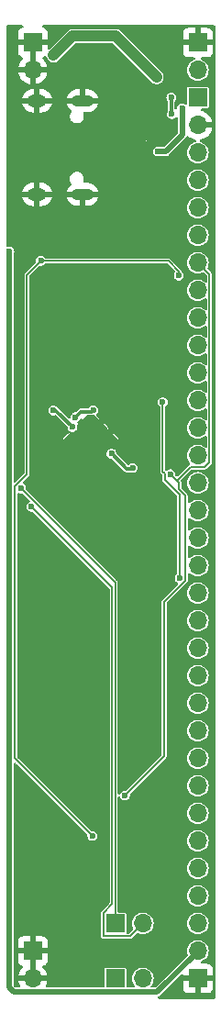
<source format=gbr>
%TF.GenerationSoftware,KiCad,Pcbnew,8.0.3*%
%TF.CreationDate,2024-07-23T11:53:19+01:00*%
%TF.ProjectId,ELI2040,454c4932-3034-4302-9e6b-696361645f70,rev?*%
%TF.SameCoordinates,Original*%
%TF.FileFunction,Copper,L2,Bot*%
%TF.FilePolarity,Positive*%
%FSLAX46Y46*%
G04 Gerber Fmt 4.6, Leading zero omitted, Abs format (unit mm)*
G04 Created by KiCad (PCBNEW 8.0.3) date 2024-07-23 11:53:19*
%MOMM*%
%LPD*%
G01*
G04 APERTURE LIST*
%TA.AperFunction,ComponentPad*%
%ADD10R,1.700000X1.700000*%
%TD*%
%TA.AperFunction,ComponentPad*%
%ADD11O,1.700000X1.700000*%
%TD*%
%TA.AperFunction,ComponentPad*%
%ADD12C,0.600000*%
%TD*%
%TA.AperFunction,ComponentPad*%
%ADD13C,0.500000*%
%TD*%
%TA.AperFunction,SMDPad,CuDef*%
%ADD14R,1.600000X0.500000*%
%TD*%
%TA.AperFunction,ComponentPad*%
%ADD15O,2.000000X1.100000*%
%TD*%
%TA.AperFunction,ComponentPad*%
%ADD16O,1.800000X1.200000*%
%TD*%
%TA.AperFunction,SMDPad,CuDef*%
%ADD17R,0.500000X1.600000*%
%TD*%
%TA.AperFunction,ViaPad*%
%ADD18C,0.600000*%
%TD*%
%TA.AperFunction,Conductor*%
%ADD19C,0.300000*%
%TD*%
%TA.AperFunction,Conductor*%
%ADD20C,1.000000*%
%TD*%
%TA.AperFunction,Conductor*%
%ADD21C,0.500000*%
%TD*%
%TA.AperFunction,Conductor*%
%ADD22C,0.150000*%
%TD*%
G04 APERTURE END LIST*
D10*
%TO.P,J3,1,Pin_1*%
%TO.N,/+3V3_SIG*%
X223520000Y-43180000D03*
D11*
%TO.P,J3,2,Pin_2*%
%TO.N,GND*%
X223520000Y-45720000D03*
%TO.P,J3,3,Pin_3*%
%TO.N,/GPIO29_ADC3*%
X223520000Y-48260000D03*
%TO.P,J3,4,Pin_4*%
%TO.N,/GPIO28_ADC2*%
X223520000Y-50800000D03*
%TO.P,J3,5,Pin_5*%
%TO.N,/GPIO27_ADC1*%
X223520000Y-53340000D03*
%TO.P,J3,6,Pin_6*%
%TO.N,/GPIO26_ADC0*%
X223520000Y-55880000D03*
%TD*%
D10*
%TO.P,J1,1,Pin_1*%
%TO.N,GND*%
X208280000Y-121920000D03*
D11*
%TO.P,J1,2,Pin_2*%
X208280000Y-124460000D03*
%TD*%
D12*
%TO.P,U7,57,GND*%
%TO.N,GND*%
X211837401Y-74936509D03*
X212738962Y-75838070D03*
X213640523Y-76739631D03*
X212738962Y-74034948D03*
X213640523Y-74936509D03*
X214542084Y-75838070D03*
X213640523Y-73133387D03*
X214542084Y-74034948D03*
X215443645Y-74936509D03*
%TD*%
D10*
%TO.P,J8,1,Pin_1*%
%TO.N,/GPIO1_SCL*%
X215900000Y-119380000D03*
D11*
%TO.P,J8,2,Pin_2*%
%TO.N,/GPIO4_SDA*%
X218440000Y-119380000D03*
%TD*%
D13*
%TO.P,U4,7,PAD*%
%TO.N,GND*%
X219565000Y-46765000D03*
D14*
X220115000Y-46765000D03*
D13*
X220665000Y-46765000D03*
%TD*%
D10*
%TO.P,J5,1,Pin_1*%
%TO.N,GND*%
X208280000Y-38085000D03*
D11*
%TO.P,J5,2,Pin_2*%
X208280000Y-40625000D03*
%TD*%
D10*
%TO.P,J2,1,Pin_1*%
%TO.N,GND*%
X223520000Y-38100000D03*
D11*
%TO.P,J2,2,Pin_2*%
%TO.N,12V_IN*%
X223520000Y-40640000D03*
%TD*%
D10*
%TO.P,J4,1,Pin_1*%
%TO.N,GND*%
X223520000Y-124460000D03*
D11*
%TO.P,J4,2,Pin_2*%
%TO.N,+3V3*%
X223520000Y-121920000D03*
%TO.P,J4,3,Pin_3*%
%TO.N,/GPIO0*%
X223520000Y-119380001D03*
%TO.P,J4,4,Pin_4*%
%TO.N,/GPIO2*%
X223520000Y-116840000D03*
%TO.P,J4,5,Pin_5*%
%TO.N,/GPIO3*%
X223520000Y-114300000D03*
%TO.P,J4,6,Pin_6*%
%TO.N,/GPIO5*%
X223520000Y-111760000D03*
%TO.P,J4,7,Pin_7*%
%TO.N,/GPIO6*%
X223520000Y-109220000D03*
%TO.P,J4,8,Pin_8*%
%TO.N,/GPIO7*%
X223520000Y-106679999D03*
%TO.P,J4,9,Pin_9*%
%TO.N,/GPIO8*%
X223520000Y-104140000D03*
%TO.P,J4,10,Pin_10*%
%TO.N,/GPIO9*%
X223520000Y-101600000D03*
%TO.P,J4,11,Pin_11*%
%TO.N,/GPIO10*%
X223520000Y-99060000D03*
%TO.P,J4,12,Pin_12*%
%TO.N,/GPIO11*%
X223520000Y-96520001D03*
%TO.P,J4,13,Pin_13*%
%TO.N,/GPIO12*%
X223520000Y-93980000D03*
%TO.P,J4,14,Pin_14*%
%TO.N,/GPIO13*%
X223520000Y-91440000D03*
%TO.P,J4,15,Pin_15*%
%TO.N,/GPIO14*%
X223520000Y-88900000D03*
%TO.P,J4,16,Pin_16*%
%TO.N,/GPIO15*%
X223520000Y-86360001D03*
%TO.P,J4,17,Pin_17*%
%TO.N,/GPIO16*%
X223520000Y-83819999D03*
%TO.P,J4,18,Pin_18*%
%TO.N,/GPIO17*%
X223520000Y-81280000D03*
%TO.P,J4,19,Pin_19*%
%TO.N,/GPIO18*%
X223520000Y-78740000D03*
%TO.P,J4,20,Pin_20*%
%TO.N,/GPIO19*%
X223520000Y-76200000D03*
%TO.P,J4,21,Pin_21*%
%TO.N,/GPIO20*%
X223520000Y-73660001D03*
%TO.P,J4,22,Pin_22*%
%TO.N,/GPIO21*%
X223520000Y-71120000D03*
%TO.P,J4,23,Pin_23*%
%TO.N,/GPIO23*%
X223520000Y-68580000D03*
%TO.P,J4,24,Pin_24*%
%TO.N,/GPIO24*%
X223520000Y-66040000D03*
%TO.P,J4,25,Pin_25*%
%TO.N,/GPIO25*%
X223520000Y-63500001D03*
%TO.P,J4,26,Pin_26*%
%TO.N,/BOOTSEL*%
X223520000Y-60959999D03*
%TO.P,J4,27,Pin_27*%
%TO.N,/RUN*%
X223520000Y-58420000D03*
%TD*%
D15*
%TO.P,USB2,13,SHELL*%
%TO.N,GND*%
X212865000Y-43455000D03*
D16*
X208665000Y-43455000D03*
D15*
%TO.P,USB2,14,SHELL*%
X212865000Y-52105000D03*
D16*
X208665000Y-52105000D03*
%TD*%
D10*
%TO.P,J7,1,Pin_1*%
%TO.N,/GPIO1_SCL*%
X215900000Y-124460000D03*
D11*
%TO.P,J7,2,Pin_2*%
%TO.N,/GPIO4_SDA*%
X218440000Y-124460000D03*
%TD*%
D13*
%TO.P,U1,7,PAD*%
%TO.N,GND*%
X213630000Y-40592500D03*
D17*
X213630000Y-40042500D03*
D13*
X213630000Y-39492500D03*
%TD*%
D18*
%TO.N,GND*%
X209030000Y-56800000D03*
X214680000Y-44460000D03*
X216240000Y-85490000D03*
X213460000Y-67100000D03*
X214260000Y-83930000D03*
X221210000Y-41200000D03*
X207130000Y-49230000D03*
X210520000Y-114070000D03*
X216670000Y-64930000D03*
X218480000Y-46350000D03*
X217380000Y-87650000D03*
X217690000Y-84400000D03*
X221390000Y-54240000D03*
X210990000Y-60640000D03*
X213540000Y-83230000D03*
X218967045Y-71307045D03*
X221040000Y-81120000D03*
X220910000Y-50450000D03*
X219340000Y-110790000D03*
X216170000Y-68370000D03*
X217290000Y-113060000D03*
X219050000Y-83260000D03*
X215000000Y-84570000D03*
X220020000Y-82150000D03*
X207117462Y-75272384D03*
X211781035Y-41257519D03*
X213860000Y-81930000D03*
X210250000Y-81260000D03*
X216030000Y-67110000D03*
X215450000Y-64100000D03*
X218820000Y-65050000D03*
X215070000Y-55140000D03*
X219880000Y-51460000D03*
X213630000Y-38442500D03*
X221040000Y-52290000D03*
X210920000Y-46940000D03*
X220620000Y-67080000D03*
X219390000Y-78020000D03*
X208620064Y-69315010D03*
X214960000Y-80750000D03*
X211512038Y-63252038D03*
X221880000Y-64020000D03*
X210910000Y-107280000D03*
%TO.N,+12V*%
X221070000Y-43170000D03*
X221117070Y-44710454D03*
X219710000Y-41270000D03*
X210200000Y-39270000D03*
%TO.N,+3V3*%
X206115000Y-57380000D03*
X213870000Y-72030000D03*
X212220000Y-72660000D03*
%TO.N,/+3V3_SIG*%
X222070000Y-44160000D03*
X219850000Y-48150000D03*
%TO.N,+1V1*%
X215549710Y-76032525D03*
X217494254Y-77340673D03*
X210175699Y-72033967D03*
X211943466Y-73557651D03*
%TO.N,/GPIO4_SDA*%
X208155000Y-80927461D03*
%TO.N,/GPIO1_SCL*%
X207200000Y-79230000D03*
%TO.N,/BOOTSEL*%
X209030000Y-58240000D03*
X221760000Y-59600000D03*
X213780000Y-111310000D03*
%TO.N,/GPIO22_TEST_LED*%
X220280000Y-71290000D03*
X221840000Y-87540000D03*
%TO.N,/RUN*%
X216790000Y-107580000D03*
X220986636Y-77923364D03*
%TD*%
D19*
%TO.N,+12V*%
X221070000Y-43170000D02*
X221070000Y-44663384D01*
X221070000Y-44663384D02*
X221117070Y-44710454D01*
D20*
X219710000Y-41270000D02*
X215932500Y-37492500D01*
X211977500Y-37492500D02*
X210200000Y-39270000D01*
X215932500Y-37492500D02*
X211977500Y-37492500D01*
D19*
%TO.N,+3V3*%
X213740000Y-72160000D02*
X213870000Y-72030000D01*
D21*
X206510000Y-125710000D02*
X219770000Y-125710000D01*
X206115000Y-125315000D02*
X206510000Y-125710000D01*
X223520000Y-121960000D02*
X223520000Y-121920000D01*
D19*
X212220000Y-72660000D02*
X212720000Y-72160000D01*
D21*
X219770000Y-125710000D02*
X223520000Y-121960000D01*
X206115000Y-57380000D02*
X206115000Y-125315000D01*
D19*
X212720000Y-72160000D02*
X213740000Y-72160000D01*
D21*
%TO.N,/+3V3_SIG*%
X222070000Y-46660000D02*
X220580000Y-48150000D01*
X220580000Y-48150000D02*
X219850000Y-48150000D01*
X222070000Y-44160000D02*
X222070000Y-46660000D01*
D19*
%TO.N,+1V1*%
X210458541Y-72072727D02*
X211943466Y-73557651D01*
X215549710Y-76032525D02*
X216963925Y-77446738D01*
X216963925Y-77446738D02*
X217600321Y-77446739D01*
D22*
X210214458Y-72072727D02*
X210458541Y-72072727D01*
X210175699Y-72033967D02*
X210214458Y-72072727D01*
%TO.N,/GPIO4_SDA*%
X214825000Y-120565000D02*
X217255000Y-120565000D01*
X215600000Y-117600000D02*
X214825000Y-118375000D01*
X215600000Y-88372461D02*
X215600000Y-117600000D01*
X217255000Y-120565000D02*
X218440000Y-119380000D01*
X208155000Y-80927461D02*
X215600000Y-88372461D01*
X214825000Y-118375000D02*
X214825000Y-120565000D01*
%TO.N,/GPIO1_SCL*%
X215900000Y-87930000D02*
X215900000Y-119380000D01*
X207200000Y-79230000D02*
X215900000Y-87930000D01*
%TO.N,/BOOTSEL*%
X206610000Y-79077537D02*
X206610000Y-104140000D01*
X209030000Y-58240000D02*
X207725000Y-59545000D01*
X206610000Y-104140000D02*
X213780000Y-111310000D01*
X209030000Y-58240000D02*
X220800001Y-58240000D01*
X207725000Y-77962537D02*
X206610000Y-79077537D01*
X221760000Y-59199999D02*
X221760000Y-59600000D01*
X220800001Y-58240000D02*
X221760000Y-59199999D01*
X207725000Y-59545000D02*
X207725000Y-77962537D01*
%TO.N,/GPIO22_TEST_LED*%
X220280000Y-77670000D02*
X220461636Y-77851636D01*
X220280000Y-71290000D02*
X220280000Y-77670000D01*
X220461636Y-77851636D02*
X220461636Y-78425900D01*
X221840000Y-79804264D02*
X221840000Y-87540000D01*
X220461636Y-78425900D02*
X221840000Y-79804264D01*
%TO.N,/RUN*%
X221586636Y-78523364D02*
X222835000Y-77275000D01*
X222365000Y-79905000D02*
X222365000Y-87757463D01*
X221586636Y-78523364D02*
X221790000Y-78726728D01*
X224145000Y-77275000D02*
X224595000Y-76825000D01*
X222365000Y-87757463D02*
X220410000Y-89712463D01*
X220410000Y-103960000D02*
X216790000Y-107580000D01*
X221790000Y-78726728D02*
X221790000Y-79330000D01*
X220986636Y-77923364D02*
X221586636Y-78523364D01*
X222835000Y-77275000D02*
X224145000Y-77275000D01*
X220410000Y-89712463D02*
X220410000Y-103960000D01*
X221790000Y-79330000D02*
X222365000Y-79905000D01*
X224595000Y-76825000D02*
X224595000Y-59495000D01*
X224595000Y-59495000D02*
X223520000Y-58420000D01*
%TD*%
%TA.AperFunction,Conductor*%
%TO.N,GND*%
G36*
X225124500Y-42239428D02*
G01*
X225124500Y-56507516D01*
X223965258Y-56776459D01*
X224078538Y-56715910D01*
X224230883Y-56590883D01*
X224355910Y-56438538D01*
X224448814Y-56264727D01*
X224506024Y-56076132D01*
X224525341Y-55880000D01*
X224506024Y-55683868D01*
X224448814Y-55495273D01*
X224448811Y-55495269D01*
X224448811Y-55495266D01*
X224355913Y-55321467D01*
X224355909Y-55321460D01*
X224230883Y-55169116D01*
X224078539Y-55044090D01*
X224078532Y-55044086D01*
X223904733Y-54951188D01*
X223904727Y-54951186D01*
X223716132Y-54893976D01*
X223716129Y-54893975D01*
X223520000Y-54874659D01*
X223323870Y-54893975D01*
X223135266Y-54951188D01*
X222961467Y-55044086D01*
X222961460Y-55044090D01*
X222809116Y-55169116D01*
X222684090Y-55321460D01*
X222684086Y-55321467D01*
X222591188Y-55495266D01*
X222533975Y-55683870D01*
X222514659Y-55880000D01*
X222533975Y-56076129D01*
X222591188Y-56264733D01*
X222684086Y-56438532D01*
X222684090Y-56438539D01*
X222809116Y-56590883D01*
X222961460Y-56715909D01*
X222961467Y-56715913D01*
X223135266Y-56808811D01*
X223135269Y-56808811D01*
X223135273Y-56808814D01*
X223323868Y-56866024D01*
X223503110Y-56883677D01*
X222700000Y-57070000D01*
X222010000Y-57120000D01*
X222500000Y-59580000D01*
X222525845Y-60846416D01*
X222514659Y-60959999D01*
X222531693Y-61132957D01*
X222560000Y-62520000D01*
X222579410Y-63154090D01*
X222533975Y-63303871D01*
X222514659Y-63500001D01*
X222533975Y-63696130D01*
X222591188Y-63884734D01*
X222602420Y-63905749D01*
X222620000Y-64480000D01*
X221240000Y-67230000D01*
X216880000Y-67810000D01*
X216490000Y-66600000D01*
X218090000Y-63670000D01*
X218440000Y-63040000D01*
X218443695Y-58465500D01*
X220655234Y-58465500D01*
X220722273Y-58485185D01*
X220742915Y-58501819D01*
X221396648Y-59155552D01*
X221430133Y-59216875D01*
X221425149Y-59286567D01*
X221402681Y-59324434D01*
X221377120Y-59353932D01*
X221377117Y-59353938D01*
X221323302Y-59471774D01*
X221304867Y-59600000D01*
X221323302Y-59728225D01*
X221377117Y-59846061D01*
X221377118Y-59846063D01*
X221461951Y-59943967D01*
X221570931Y-60014004D01*
X221629446Y-60031185D01*
X221695225Y-60050499D01*
X221695227Y-60050500D01*
X221695228Y-60050500D01*
X221824773Y-60050500D01*
X221824773Y-60050499D01*
X221949069Y-60014004D01*
X222058049Y-59943967D01*
X222142882Y-59846063D01*
X222196697Y-59728226D01*
X222215133Y-59600000D01*
X222196697Y-59471774D01*
X222142882Y-59353937D01*
X222058049Y-59256033D01*
X222058048Y-59256032D01*
X222042178Y-59245833D01*
X221996425Y-59193028D01*
X221987602Y-59165709D01*
X221985501Y-59155149D01*
X221985501Y-59155145D01*
X221965390Y-59106594D01*
X221951170Y-59072263D01*
X221887736Y-59008829D01*
X221880671Y-59001764D01*
X221880664Y-59001758D01*
X221008612Y-58129706D01*
X221008610Y-58129703D01*
X220927735Y-58048828D01*
X220895009Y-58035274D01*
X220895005Y-58035272D01*
X220844858Y-58014499D01*
X220844856Y-58014499D01*
X220755146Y-58014499D01*
X220740712Y-58014499D01*
X220740704Y-58014500D01*
X218444059Y-58014500D01*
X218447835Y-53340000D01*
X222514659Y-53340000D01*
X222533975Y-53536129D01*
X222591188Y-53724733D01*
X222684086Y-53898532D01*
X222684090Y-53898539D01*
X222809116Y-54050883D01*
X222961460Y-54175909D01*
X222961467Y-54175913D01*
X223135266Y-54268811D01*
X223135269Y-54268811D01*
X223135273Y-54268814D01*
X223323868Y-54326024D01*
X223520000Y-54345341D01*
X223716132Y-54326024D01*
X223904727Y-54268814D01*
X224078538Y-54175910D01*
X224230883Y-54050883D01*
X224355910Y-53898538D01*
X224448814Y-53724727D01*
X224506024Y-53536132D01*
X224525341Y-53340000D01*
X224506024Y-53143868D01*
X224448814Y-52955273D01*
X224448811Y-52955269D01*
X224448811Y-52955266D01*
X224355913Y-52781467D01*
X224355909Y-52781460D01*
X224230883Y-52629116D01*
X224078539Y-52504090D01*
X224078532Y-52504086D01*
X223904733Y-52411188D01*
X223904727Y-52411186D01*
X223716132Y-52353976D01*
X223716129Y-52353975D01*
X223520000Y-52334659D01*
X223323870Y-52353975D01*
X223135266Y-52411188D01*
X222961467Y-52504086D01*
X222961460Y-52504090D01*
X222809116Y-52629116D01*
X222684090Y-52781460D01*
X222684086Y-52781467D01*
X222591188Y-52955266D01*
X222533975Y-53143870D01*
X222514659Y-53340000D01*
X218447835Y-53340000D01*
X218449887Y-50800000D01*
X222514659Y-50800000D01*
X222533975Y-50996129D01*
X222591188Y-51184733D01*
X222684086Y-51358532D01*
X222684090Y-51358539D01*
X222809116Y-51510883D01*
X222961460Y-51635909D01*
X222961467Y-51635913D01*
X223135266Y-51728811D01*
X223135269Y-51728811D01*
X223135273Y-51728814D01*
X223323868Y-51786024D01*
X223520000Y-51805341D01*
X223716132Y-51786024D01*
X223904727Y-51728814D01*
X224078538Y-51635910D01*
X224230883Y-51510883D01*
X224355910Y-51358538D01*
X224448814Y-51184727D01*
X224506024Y-50996132D01*
X224525341Y-50800000D01*
X224506024Y-50603868D01*
X224448814Y-50415273D01*
X224448811Y-50415269D01*
X224448811Y-50415266D01*
X224355913Y-50241467D01*
X224355909Y-50241460D01*
X224230883Y-50089116D01*
X224078539Y-49964090D01*
X224078532Y-49964086D01*
X223904733Y-49871188D01*
X223904727Y-49871186D01*
X223716132Y-49813976D01*
X223716129Y-49813975D01*
X223520000Y-49794659D01*
X223323870Y-49813975D01*
X223135266Y-49871188D01*
X222961467Y-49964086D01*
X222961460Y-49964090D01*
X222809116Y-50089116D01*
X222684090Y-50241460D01*
X222684086Y-50241467D01*
X222591188Y-50415266D01*
X222533975Y-50603870D01*
X222514659Y-50800000D01*
X218449887Y-50800000D01*
X218450000Y-50660000D01*
X218110000Y-48470000D01*
X218266364Y-48150000D01*
X219394867Y-48150000D01*
X219413302Y-48278225D01*
X219467117Y-48396061D01*
X219467118Y-48396063D01*
X219551951Y-48493967D01*
X219660931Y-48564004D01*
X219785225Y-48600499D01*
X219785227Y-48600500D01*
X219785228Y-48600500D01*
X219914773Y-48600500D01*
X219914773Y-48600499D01*
X220039069Y-48564004D01*
X220039073Y-48564000D01*
X220044106Y-48561704D01*
X220095614Y-48550500D01*
X220632725Y-48550500D01*
X220632727Y-48550500D01*
X220734588Y-48523207D01*
X220825913Y-48470480D01*
X222390480Y-46905913D01*
X222443207Y-46814588D01*
X222443207Y-46814585D01*
X222446315Y-46807084D01*
X222447670Y-46807645D01*
X222479377Y-46755609D01*
X222542220Y-46725071D01*
X222611597Y-46733355D01*
X222644141Y-46755379D01*
X222644772Y-46754628D01*
X222648912Y-46758101D01*
X222842421Y-46893600D01*
X223056507Y-46993429D01*
X223056516Y-46993433D01*
X223270107Y-47050664D01*
X223329768Y-47087029D01*
X223360297Y-47149876D01*
X223352002Y-47219251D01*
X223307517Y-47273129D01*
X223274010Y-47289099D01*
X223135271Y-47331186D01*
X222961467Y-47424086D01*
X222961460Y-47424090D01*
X222809116Y-47549116D01*
X222684090Y-47701460D01*
X222684086Y-47701467D01*
X222591188Y-47875266D01*
X222533975Y-48063870D01*
X222514659Y-48260000D01*
X222533975Y-48456129D01*
X222591188Y-48644733D01*
X222684086Y-48818532D01*
X222684090Y-48818539D01*
X222809116Y-48970883D01*
X222961460Y-49095909D01*
X222961467Y-49095913D01*
X223135266Y-49188811D01*
X223135269Y-49188811D01*
X223135273Y-49188814D01*
X223323868Y-49246024D01*
X223520000Y-49265341D01*
X223716132Y-49246024D01*
X223904727Y-49188814D01*
X224078538Y-49095910D01*
X224230883Y-48970883D01*
X224355910Y-48818538D01*
X224448814Y-48644727D01*
X224506024Y-48456132D01*
X224525341Y-48260000D01*
X224506024Y-48063868D01*
X224448814Y-47875273D01*
X224448811Y-47875269D01*
X224448811Y-47875266D01*
X224355913Y-47701467D01*
X224355909Y-47701460D01*
X224230883Y-47549116D01*
X224078539Y-47424090D01*
X224078532Y-47424086D01*
X223904728Y-47331186D01*
X223765989Y-47289099D01*
X223707551Y-47250801D01*
X223679094Y-47186989D01*
X223689655Y-47117922D01*
X223735880Y-47065529D01*
X223769892Y-47050664D01*
X223983483Y-46993433D01*
X223983492Y-46993429D01*
X224197578Y-46893600D01*
X224391082Y-46758105D01*
X224558105Y-46591082D01*
X224693600Y-46397578D01*
X224793429Y-46183492D01*
X224793432Y-46183486D01*
X224850636Y-45970000D01*
X223953012Y-45970000D01*
X223985925Y-45912993D01*
X224020000Y-45785826D01*
X224020000Y-45654174D01*
X223985925Y-45527007D01*
X223953012Y-45470000D01*
X224850636Y-45470000D01*
X224850635Y-45469999D01*
X224793432Y-45256513D01*
X224793429Y-45256507D01*
X224693600Y-45042422D01*
X224693599Y-45042420D01*
X224558113Y-44848926D01*
X224558108Y-44848920D01*
X224391082Y-44681894D01*
X224197578Y-44546399D01*
X223983492Y-44446570D01*
X223983483Y-44446566D01*
X223900289Y-44424275D01*
X223840628Y-44387910D01*
X223810099Y-44325063D01*
X223818394Y-44255688D01*
X223862879Y-44201810D01*
X223929431Y-44180535D01*
X223932382Y-44180500D01*
X224384822Y-44180500D01*
X224428717Y-44171768D01*
X224428717Y-44171767D01*
X224428722Y-44171767D01*
X224478504Y-44138504D01*
X224511767Y-44088722D01*
X224520500Y-44044820D01*
X224520500Y-42315180D01*
X224520500Y-42315177D01*
X224511768Y-42271282D01*
X224511767Y-42271281D01*
X224511767Y-42271278D01*
X224478504Y-42221496D01*
X224478503Y-42221495D01*
X224428724Y-42188234D01*
X224428717Y-42188231D01*
X224384822Y-42179500D01*
X224384820Y-42179500D01*
X222655180Y-42179500D01*
X222655178Y-42179500D01*
X222611282Y-42188231D01*
X222611275Y-42188234D01*
X222561496Y-42221495D01*
X222561495Y-42221496D01*
X222528234Y-42271275D01*
X222528231Y-42271282D01*
X222519500Y-42315177D01*
X222519500Y-43686275D01*
X222499815Y-43753314D01*
X222447011Y-43799069D01*
X222377853Y-43809013D01*
X222328462Y-43790591D01*
X222259066Y-43745994D01*
X222134774Y-43709500D01*
X222134772Y-43709500D01*
X222005228Y-43709500D01*
X222005226Y-43709500D01*
X221880935Y-43745994D01*
X221880932Y-43745995D01*
X221880931Y-43745996D01*
X221829677Y-43778934D01*
X221771950Y-43816033D01*
X221687118Y-43913937D01*
X221687117Y-43913938D01*
X221633302Y-44031774D01*
X221617238Y-44143509D01*
X221588213Y-44207065D01*
X221529435Y-44244839D01*
X221459565Y-44244839D01*
X221400787Y-44207065D01*
X221371762Y-44143509D01*
X221370500Y-44125862D01*
X221370500Y-43557386D01*
X221390185Y-43490347D01*
X221400778Y-43476194D01*
X221452882Y-43416063D01*
X221506697Y-43298226D01*
X221525133Y-43170000D01*
X221506697Y-43041774D01*
X221452882Y-42923937D01*
X221368049Y-42826033D01*
X221259069Y-42755996D01*
X221259065Y-42755994D01*
X221259064Y-42755994D01*
X221134774Y-42719500D01*
X221134772Y-42719500D01*
X221005228Y-42719500D01*
X221005226Y-42719500D01*
X220880935Y-42755994D01*
X220880932Y-42755995D01*
X220880931Y-42755996D01*
X220829677Y-42788934D01*
X220771950Y-42826033D01*
X220687118Y-42923937D01*
X220687117Y-42923938D01*
X220633302Y-43041774D01*
X220614867Y-43170000D01*
X220633302Y-43298225D01*
X220687117Y-43416061D01*
X220687118Y-43416063D01*
X220739214Y-43476186D01*
X220768238Y-43539738D01*
X220769500Y-43557386D01*
X220769500Y-44377388D01*
X220749815Y-44444427D01*
X220739216Y-44458587D01*
X220734190Y-44464386D01*
X220734187Y-44464392D01*
X220680372Y-44582228D01*
X220661937Y-44710454D01*
X220680372Y-44838679D01*
X220685052Y-44848926D01*
X220734188Y-44956517D01*
X220819021Y-45054421D01*
X220928001Y-45124458D01*
X221052295Y-45160953D01*
X221052297Y-45160954D01*
X221052298Y-45160954D01*
X221181843Y-45160954D01*
X221181843Y-45160953D01*
X221306139Y-45124458D01*
X221415119Y-45054421D01*
X221451786Y-45012103D01*
X221510564Y-44974329D01*
X221580433Y-44974328D01*
X221639212Y-45012102D01*
X221668238Y-45075657D01*
X221669500Y-45093306D01*
X221669500Y-46442745D01*
X221649815Y-46509784D01*
X221633181Y-46530426D01*
X220450426Y-47713181D01*
X220389103Y-47746666D01*
X220362745Y-47749500D01*
X220095614Y-47749500D01*
X220044106Y-47738296D01*
X220039067Y-47735995D01*
X219914774Y-47699500D01*
X219914772Y-47699500D01*
X219785228Y-47699500D01*
X219785226Y-47699500D01*
X219660935Y-47735994D01*
X219660932Y-47735995D01*
X219660931Y-47735996D01*
X219609677Y-47768934D01*
X219551950Y-47806033D01*
X219467118Y-47903937D01*
X219467117Y-47903938D01*
X219413302Y-48021774D01*
X219394867Y-48150000D01*
X218266364Y-48150000D01*
X219400000Y-45830000D01*
X219350000Y-42920000D01*
X222740000Y-41400000D01*
X222831600Y-41369335D01*
X222961460Y-41475909D01*
X222961467Y-41475913D01*
X223135266Y-41568811D01*
X223135269Y-41568811D01*
X223135273Y-41568814D01*
X223323868Y-41626024D01*
X223520000Y-41645341D01*
X223716132Y-41626024D01*
X223904727Y-41568814D01*
X224078538Y-41475910D01*
X224230883Y-41350883D01*
X224355910Y-41198538D01*
X224448814Y-41024727D01*
X224506024Y-40836132D01*
X224508807Y-40807866D01*
X225070000Y-40620000D01*
X225124500Y-42239428D01*
G37*
%TD.AperFunction*%
%TD*%
%TA.AperFunction,Conductor*%
%TO.N,GND*%
G36*
X225124500Y-126210500D02*
G01*
X225104815Y-126277539D01*
X225052011Y-126323294D01*
X225000500Y-126334500D01*
X219928621Y-126334500D01*
X219861582Y-126314815D01*
X219815827Y-126262011D01*
X219805883Y-126192853D01*
X219834908Y-126129297D01*
X219893686Y-126091523D01*
X219896489Y-126090735D01*
X219924588Y-126083207D01*
X220015913Y-126030480D01*
X221958319Y-124088072D01*
X222019642Y-124054588D01*
X222089334Y-124059572D01*
X222145267Y-124101444D01*
X222169684Y-124166908D01*
X222170000Y-124175754D01*
X222170000Y-124210000D01*
X223086988Y-124210000D01*
X223054075Y-124267007D01*
X223020000Y-124394174D01*
X223020000Y-124525826D01*
X223054075Y-124652993D01*
X223086988Y-124710000D01*
X222170000Y-124710000D01*
X222170000Y-125357844D01*
X222176401Y-125417372D01*
X222176403Y-125417379D01*
X222226645Y-125552086D01*
X222226649Y-125552093D01*
X222312809Y-125667187D01*
X222312812Y-125667190D01*
X222427906Y-125753350D01*
X222427913Y-125753354D01*
X222562620Y-125803596D01*
X222562627Y-125803598D01*
X222622155Y-125809999D01*
X222622172Y-125810000D01*
X223270000Y-125810000D01*
X223270000Y-124893012D01*
X223327007Y-124925925D01*
X223454174Y-124960000D01*
X223585826Y-124960000D01*
X223712993Y-124925925D01*
X223770000Y-124893012D01*
X223770000Y-125810000D01*
X224417828Y-125810000D01*
X224417844Y-125809999D01*
X224477372Y-125803598D01*
X224477379Y-125803596D01*
X224612086Y-125753354D01*
X224612093Y-125753350D01*
X224727187Y-125667190D01*
X224727190Y-125667187D01*
X224813350Y-125552093D01*
X224813354Y-125552086D01*
X224863596Y-125417379D01*
X224863598Y-125417372D01*
X224869999Y-125357844D01*
X224870000Y-125357827D01*
X224870000Y-124710000D01*
X223953012Y-124710000D01*
X223985925Y-124652993D01*
X224020000Y-124525826D01*
X224020000Y-124394174D01*
X223985925Y-124267007D01*
X223953012Y-124210000D01*
X224870000Y-124210000D01*
X224870000Y-123562172D01*
X224869999Y-123562155D01*
X224863598Y-123502627D01*
X224863596Y-123502620D01*
X224813354Y-123367913D01*
X224813350Y-123367906D01*
X224727190Y-123252812D01*
X224727187Y-123252809D01*
X224612093Y-123166649D01*
X224612086Y-123166645D01*
X224477379Y-123116403D01*
X224477372Y-123116401D01*
X224417844Y-123110000D01*
X223879652Y-123110000D01*
X223812613Y-123090315D01*
X223766858Y-123037511D01*
X223756914Y-122968353D01*
X223785939Y-122904797D01*
X223843655Y-122867339D01*
X223904727Y-122848814D01*
X224078538Y-122755910D01*
X224230883Y-122630883D01*
X224355910Y-122478538D01*
X224413467Y-122370856D01*
X224448811Y-122304733D01*
X224448811Y-122304732D01*
X224448814Y-122304727D01*
X224506024Y-122116132D01*
X224525341Y-121920000D01*
X224506024Y-121723868D01*
X224448814Y-121535273D01*
X224448811Y-121535269D01*
X224448811Y-121535266D01*
X224355913Y-121361467D01*
X224355909Y-121361460D01*
X224230883Y-121209116D01*
X224078539Y-121084090D01*
X224078532Y-121084086D01*
X223904733Y-120991188D01*
X223904727Y-120991186D01*
X223716132Y-120933976D01*
X223716129Y-120933975D01*
X223520000Y-120914659D01*
X223323870Y-120933975D01*
X223135266Y-120991188D01*
X222961467Y-121084086D01*
X222961460Y-121084090D01*
X222809116Y-121209116D01*
X222684090Y-121361460D01*
X222684086Y-121361467D01*
X222591188Y-121535266D01*
X222533975Y-121723870D01*
X222514659Y-121920000D01*
X222533975Y-122116130D01*
X222573729Y-122247180D01*
X222574352Y-122317047D01*
X222542749Y-122370856D01*
X219640426Y-125273181D01*
X219579103Y-125306666D01*
X219552745Y-125309500D01*
X219299300Y-125309500D01*
X219232261Y-125289815D01*
X219186506Y-125237011D01*
X219176562Y-125167853D01*
X219203447Y-125106835D01*
X219275909Y-125018539D01*
X219275913Y-125018532D01*
X219368811Y-124844733D01*
X219368811Y-124844732D01*
X219368814Y-124844727D01*
X219426024Y-124656132D01*
X219445341Y-124460000D01*
X219426024Y-124263868D01*
X219368814Y-124075273D01*
X219368811Y-124075269D01*
X219368811Y-124075266D01*
X219275913Y-123901467D01*
X219275909Y-123901460D01*
X219150883Y-123749116D01*
X218998539Y-123624090D01*
X218998532Y-123624086D01*
X218824733Y-123531188D01*
X218824727Y-123531186D01*
X218636132Y-123473976D01*
X218636129Y-123473975D01*
X218440000Y-123454659D01*
X218243870Y-123473975D01*
X218055266Y-123531188D01*
X217881467Y-123624086D01*
X217881460Y-123624090D01*
X217729116Y-123749116D01*
X217604090Y-123901460D01*
X217604086Y-123901467D01*
X217511188Y-124075266D01*
X217453975Y-124263870D01*
X217434659Y-124460000D01*
X217453975Y-124656129D01*
X217511188Y-124844733D01*
X217604086Y-125018532D01*
X217604090Y-125018539D01*
X217676553Y-125106835D01*
X217703866Y-125171145D01*
X217692075Y-125240013D01*
X217644923Y-125291573D01*
X217580700Y-125309500D01*
X217024500Y-125309500D01*
X216957461Y-125289815D01*
X216911706Y-125237011D01*
X216900500Y-125185500D01*
X216900500Y-123595177D01*
X216891768Y-123551282D01*
X216891767Y-123551281D01*
X216891767Y-123551278D01*
X216858504Y-123501496D01*
X216858503Y-123501495D01*
X216808724Y-123468234D01*
X216808717Y-123468231D01*
X216764822Y-123459500D01*
X216764820Y-123459500D01*
X215035180Y-123459500D01*
X215035178Y-123459500D01*
X214991282Y-123468231D01*
X214991275Y-123468234D01*
X214941496Y-123501495D01*
X214941495Y-123501496D01*
X214908234Y-123551275D01*
X214908231Y-123551282D01*
X214899500Y-123595177D01*
X214899500Y-125185500D01*
X214879815Y-125252539D01*
X214827011Y-125298294D01*
X214775500Y-125309500D01*
X209568073Y-125309500D01*
X209501034Y-125289815D01*
X209455279Y-125237011D01*
X209445335Y-125167853D01*
X209455691Y-125133095D01*
X209553429Y-124923492D01*
X209553432Y-124923486D01*
X209610636Y-124710000D01*
X208713012Y-124710000D01*
X208745925Y-124652993D01*
X208780000Y-124525826D01*
X208780000Y-124394174D01*
X208745925Y-124267007D01*
X208713012Y-124210000D01*
X209610636Y-124210000D01*
X209610635Y-124209999D01*
X209553432Y-123996513D01*
X209553429Y-123996507D01*
X209453600Y-123782422D01*
X209453599Y-123782420D01*
X209318113Y-123588926D01*
X209318108Y-123588920D01*
X209195665Y-123466477D01*
X209162180Y-123405154D01*
X209167164Y-123335462D01*
X209209036Y-123279529D01*
X209240013Y-123262614D01*
X209372086Y-123213354D01*
X209372093Y-123213350D01*
X209487187Y-123127190D01*
X209487190Y-123127187D01*
X209573350Y-123012093D01*
X209573354Y-123012086D01*
X209623596Y-122877379D01*
X209623598Y-122877372D01*
X209629999Y-122817844D01*
X209630000Y-122817827D01*
X209630000Y-122170000D01*
X208713012Y-122170000D01*
X208745925Y-122112993D01*
X208780000Y-121985826D01*
X208780000Y-121854174D01*
X208745925Y-121727007D01*
X208713012Y-121670000D01*
X209630000Y-121670000D01*
X209630000Y-121022172D01*
X209629999Y-121022155D01*
X209623598Y-120962627D01*
X209623596Y-120962620D01*
X209573354Y-120827913D01*
X209573350Y-120827906D01*
X209487190Y-120712812D01*
X209487187Y-120712809D01*
X209372093Y-120626649D01*
X209372086Y-120626645D01*
X209237379Y-120576403D01*
X209237372Y-120576401D01*
X209177844Y-120570000D01*
X208530000Y-120570000D01*
X208530000Y-121486988D01*
X208472993Y-121454075D01*
X208345826Y-121420000D01*
X208214174Y-121420000D01*
X208087007Y-121454075D01*
X208030000Y-121486988D01*
X208030000Y-120570000D01*
X207382155Y-120570000D01*
X207322627Y-120576401D01*
X207322620Y-120576403D01*
X207187913Y-120626645D01*
X207187906Y-120626649D01*
X207072812Y-120712809D01*
X207072809Y-120712812D01*
X206986649Y-120827906D01*
X206986645Y-120827913D01*
X206936403Y-120962620D01*
X206936401Y-120962627D01*
X206930000Y-121022155D01*
X206930000Y-121670000D01*
X207846988Y-121670000D01*
X207814075Y-121727007D01*
X207780000Y-121854174D01*
X207780000Y-121985826D01*
X207814075Y-122112993D01*
X207846988Y-122170000D01*
X206930000Y-122170000D01*
X206930000Y-122817844D01*
X206936401Y-122877372D01*
X206936403Y-122877379D01*
X206986645Y-123012086D01*
X206986649Y-123012093D01*
X207072809Y-123127187D01*
X207072812Y-123127190D01*
X207187906Y-123213350D01*
X207187913Y-123213354D01*
X207319986Y-123262614D01*
X207375920Y-123304485D01*
X207400337Y-123369949D01*
X207385486Y-123438222D01*
X207364335Y-123466477D01*
X207241886Y-123588926D01*
X207106400Y-123782420D01*
X207106399Y-123782422D01*
X207006570Y-123996507D01*
X207006567Y-123996513D01*
X206949364Y-124209999D01*
X206949364Y-124210000D01*
X207846988Y-124210000D01*
X207814075Y-124267007D01*
X207780000Y-124394174D01*
X207780000Y-124525826D01*
X207814075Y-124652993D01*
X207846988Y-124710000D01*
X206949364Y-124710000D01*
X207006567Y-124923486D01*
X207006570Y-124923492D01*
X207104309Y-125133095D01*
X207114801Y-125202173D01*
X207086281Y-125265957D01*
X207027805Y-125304196D01*
X206991927Y-125309500D01*
X206727255Y-125309500D01*
X206660216Y-125289815D01*
X206639574Y-125273181D01*
X206551819Y-125185426D01*
X206518334Y-125124103D01*
X206515500Y-125097745D01*
X206515500Y-104663767D01*
X206535185Y-104596728D01*
X206587989Y-104550973D01*
X206657147Y-104541029D01*
X206720703Y-104570054D01*
X206727181Y-104576086D01*
X213298101Y-111147006D01*
X213331586Y-111208329D01*
X213333158Y-111252333D01*
X213324867Y-111309999D01*
X213343302Y-111438225D01*
X213397117Y-111556061D01*
X213397118Y-111556063D01*
X213481951Y-111653967D01*
X213590931Y-111724004D01*
X213715225Y-111760499D01*
X213715227Y-111760500D01*
X213715228Y-111760500D01*
X213844773Y-111760500D01*
X213844773Y-111760499D01*
X213969069Y-111724004D01*
X214078049Y-111653967D01*
X214162882Y-111556063D01*
X214216697Y-111438226D01*
X214235133Y-111310000D01*
X214216697Y-111181774D01*
X214162882Y-111063937D01*
X214078049Y-110966033D01*
X213969069Y-110895996D01*
X213969065Y-110895994D01*
X213969064Y-110895994D01*
X213844774Y-110859500D01*
X213844772Y-110859500D01*
X213715228Y-110859500D01*
X213706360Y-110859500D01*
X213706360Y-110857361D01*
X213649067Y-110849115D01*
X213612914Y-110824009D01*
X206871819Y-104082914D01*
X206838334Y-104021591D01*
X206835500Y-103995233D01*
X206835500Y-79756835D01*
X206855185Y-79689796D01*
X206907989Y-79644041D01*
X206977147Y-79634097D01*
X207002417Y-79641517D01*
X207002421Y-79641506D01*
X207135225Y-79680499D01*
X207135227Y-79680500D01*
X207273641Y-79680500D01*
X207273641Y-79682643D01*
X207330908Y-79690873D01*
X207367085Y-79715990D01*
X207978039Y-80326944D01*
X208011524Y-80388267D01*
X208006540Y-80457959D01*
X207964668Y-80513892D01*
X207957398Y-80518940D01*
X207856951Y-80583493D01*
X207772118Y-80681398D01*
X207772117Y-80681399D01*
X207718302Y-80799235D01*
X207699867Y-80927461D01*
X207718302Y-81055686D01*
X207772117Y-81173522D01*
X207772118Y-81173524D01*
X207856951Y-81271428D01*
X207965931Y-81341465D01*
X208090225Y-81377960D01*
X208090227Y-81377961D01*
X208228641Y-81377961D01*
X208228641Y-81380104D01*
X208285908Y-81388334D01*
X208322085Y-81413451D01*
X215338181Y-88429547D01*
X215371666Y-88490870D01*
X215374500Y-88517228D01*
X215374500Y-117455232D01*
X215354815Y-117522271D01*
X215338181Y-117542913D01*
X214633830Y-118247263D01*
X214633830Y-118247265D01*
X214599499Y-118330144D01*
X214599499Y-118434288D01*
X214599500Y-118434297D01*
X214599500Y-120609853D01*
X214599501Y-120609858D01*
X214633827Y-120692733D01*
X214697266Y-120756172D01*
X214761365Y-120782721D01*
X214780145Y-120790500D01*
X214869855Y-120790500D01*
X217195703Y-120790500D01*
X217195711Y-120790501D01*
X217210145Y-120790501D01*
X217299853Y-120790501D01*
X217299855Y-120790501D01*
X217358460Y-120766225D01*
X217382736Y-120756170D01*
X217446170Y-120692736D01*
X217446170Y-120692735D01*
X217463608Y-120675297D01*
X217463610Y-120675294D01*
X217843500Y-120295403D01*
X217904821Y-120261920D01*
X217974513Y-120266904D01*
X217989622Y-120273723D01*
X218055273Y-120308814D01*
X218243868Y-120366024D01*
X218440000Y-120385341D01*
X218636132Y-120366024D01*
X218824727Y-120308814D01*
X218849814Y-120295405D01*
X218971472Y-120230377D01*
X218998538Y-120215910D01*
X219150883Y-120090883D01*
X219275910Y-119938538D01*
X219368814Y-119764727D01*
X219426024Y-119576132D01*
X219445341Y-119380001D01*
X222514659Y-119380001D01*
X222533975Y-119576130D01*
X222591188Y-119764734D01*
X222684086Y-119938533D01*
X222684090Y-119938540D01*
X222809116Y-120090884D01*
X222961460Y-120215910D01*
X222961467Y-120215914D01*
X223135266Y-120308812D01*
X223135269Y-120308812D01*
X223135273Y-120308815D01*
X223323868Y-120366025D01*
X223520000Y-120385342D01*
X223716132Y-120366025D01*
X223904727Y-120308815D01*
X223904735Y-120308811D01*
X224078532Y-120215914D01*
X224078534Y-120215913D01*
X224078538Y-120215911D01*
X224230883Y-120090884D01*
X224355910Y-119938539D01*
X224448814Y-119764728D01*
X224506024Y-119576133D01*
X224525341Y-119380001D01*
X224506024Y-119183869D01*
X224448814Y-118995274D01*
X224448811Y-118995270D01*
X224448811Y-118995267D01*
X224355913Y-118821468D01*
X224355909Y-118821461D01*
X224230883Y-118669117D01*
X224078539Y-118544091D01*
X224078532Y-118544087D01*
X223904733Y-118451189D01*
X223904727Y-118451187D01*
X223716132Y-118393977D01*
X223716129Y-118393976D01*
X223520000Y-118374660D01*
X223323870Y-118393976D01*
X223135266Y-118451189D01*
X222961467Y-118544087D01*
X222961460Y-118544091D01*
X222809116Y-118669117D01*
X222684090Y-118821461D01*
X222684086Y-118821468D01*
X222591188Y-118995267D01*
X222533975Y-119183871D01*
X222514659Y-119380001D01*
X219445341Y-119380001D01*
X219445341Y-119380000D01*
X219426024Y-119183868D01*
X219368814Y-118995273D01*
X219368811Y-118995267D01*
X219368811Y-118995266D01*
X219275913Y-118821467D01*
X219275909Y-118821460D01*
X219150883Y-118669116D01*
X218998539Y-118544090D01*
X218998532Y-118544086D01*
X218824733Y-118451188D01*
X218824727Y-118451186D01*
X218698997Y-118413046D01*
X218636129Y-118393975D01*
X218440000Y-118374659D01*
X218243870Y-118393975D01*
X218055266Y-118451188D01*
X217881467Y-118544086D01*
X217881460Y-118544090D01*
X217729116Y-118669116D01*
X217604090Y-118821460D01*
X217604086Y-118821467D01*
X217511188Y-118995266D01*
X217453975Y-119183870D01*
X217434659Y-119380000D01*
X217453975Y-119576129D01*
X217453976Y-119576132D01*
X217511186Y-119764727D01*
X217511190Y-119764734D01*
X217546271Y-119830367D01*
X217560512Y-119898770D01*
X217535511Y-119964013D01*
X217524594Y-119976500D01*
X217197912Y-120303182D01*
X217136591Y-120336666D01*
X217110233Y-120339500D01*
X217024500Y-120339500D01*
X216957461Y-120319815D01*
X216911706Y-120267011D01*
X216900500Y-120215500D01*
X216900500Y-118515177D01*
X216891768Y-118471282D01*
X216891767Y-118471281D01*
X216891767Y-118471278D01*
X216858504Y-118421496D01*
X216858503Y-118421495D01*
X216808724Y-118388234D01*
X216808717Y-118388231D01*
X216764822Y-118379500D01*
X216764820Y-118379500D01*
X216249500Y-118379500D01*
X216182461Y-118359815D01*
X216136706Y-118307011D01*
X216125500Y-118255500D01*
X216125500Y-116840000D01*
X222514659Y-116840000D01*
X222533975Y-117036129D01*
X222591188Y-117224733D01*
X222684086Y-117398532D01*
X222684090Y-117398539D01*
X222809116Y-117550883D01*
X222961460Y-117675909D01*
X222961467Y-117675913D01*
X223135266Y-117768811D01*
X223135269Y-117768811D01*
X223135273Y-117768814D01*
X223323868Y-117826024D01*
X223520000Y-117845341D01*
X223716132Y-117826024D01*
X223904727Y-117768814D01*
X224078538Y-117675910D01*
X224230883Y-117550883D01*
X224355910Y-117398538D01*
X224448814Y-117224727D01*
X224506024Y-117036132D01*
X224525341Y-116840000D01*
X224506024Y-116643868D01*
X224448814Y-116455273D01*
X224448811Y-116455269D01*
X224448811Y-116455266D01*
X224355913Y-116281467D01*
X224355909Y-116281460D01*
X224230883Y-116129116D01*
X224078539Y-116004090D01*
X224078532Y-116004086D01*
X223904733Y-115911188D01*
X223904727Y-115911186D01*
X223716132Y-115853976D01*
X223716129Y-115853975D01*
X223520000Y-115834659D01*
X223323870Y-115853975D01*
X223135266Y-115911188D01*
X222961467Y-116004086D01*
X222961460Y-116004090D01*
X222809116Y-116129116D01*
X222684090Y-116281460D01*
X222684086Y-116281467D01*
X222591188Y-116455266D01*
X222533975Y-116643870D01*
X222514659Y-116840000D01*
X216125500Y-116840000D01*
X216125500Y-114300000D01*
X222514659Y-114300000D01*
X222533975Y-114496129D01*
X222591188Y-114684733D01*
X222684086Y-114858532D01*
X222684090Y-114858539D01*
X222809116Y-115010883D01*
X222961460Y-115135909D01*
X222961467Y-115135913D01*
X223135266Y-115228811D01*
X223135269Y-115228811D01*
X223135273Y-115228814D01*
X223323868Y-115286024D01*
X223520000Y-115305341D01*
X223716132Y-115286024D01*
X223904727Y-115228814D01*
X224078538Y-115135910D01*
X224230883Y-115010883D01*
X224355910Y-114858538D01*
X224448814Y-114684727D01*
X224506024Y-114496132D01*
X224525341Y-114300000D01*
X224506024Y-114103868D01*
X224448814Y-113915273D01*
X224448811Y-113915269D01*
X224448811Y-113915266D01*
X224355913Y-113741467D01*
X224355909Y-113741460D01*
X224230883Y-113589116D01*
X224078539Y-113464090D01*
X224078532Y-113464086D01*
X223904733Y-113371188D01*
X223904727Y-113371186D01*
X223716132Y-113313976D01*
X223716129Y-113313975D01*
X223520000Y-113294659D01*
X223323870Y-113313975D01*
X223135266Y-113371188D01*
X222961467Y-113464086D01*
X222961460Y-113464090D01*
X222809116Y-113589116D01*
X222684090Y-113741460D01*
X222684086Y-113741467D01*
X222591188Y-113915266D01*
X222533975Y-114103870D01*
X222514659Y-114300000D01*
X216125500Y-114300000D01*
X216125500Y-111760000D01*
X222514659Y-111760000D01*
X222533975Y-111956129D01*
X222591188Y-112144733D01*
X222684086Y-112318532D01*
X222684090Y-112318539D01*
X222809116Y-112470883D01*
X222961460Y-112595909D01*
X222961467Y-112595913D01*
X223135266Y-112688811D01*
X223135269Y-112688811D01*
X223135273Y-112688814D01*
X223323868Y-112746024D01*
X223520000Y-112765341D01*
X223716132Y-112746024D01*
X223904727Y-112688814D01*
X224078538Y-112595910D01*
X224230883Y-112470883D01*
X224355910Y-112318538D01*
X224448814Y-112144727D01*
X224506024Y-111956132D01*
X224525341Y-111760000D01*
X224506024Y-111563868D01*
X224448814Y-111375273D01*
X224448811Y-111375269D01*
X224448811Y-111375266D01*
X224355913Y-111201467D01*
X224355909Y-111201460D01*
X224230883Y-111049116D01*
X224078539Y-110924090D01*
X224078532Y-110924086D01*
X223904733Y-110831188D01*
X223904727Y-110831186D01*
X223716132Y-110773976D01*
X223716129Y-110773975D01*
X223520000Y-110754659D01*
X223323870Y-110773975D01*
X223135266Y-110831188D01*
X222961467Y-110924086D01*
X222961460Y-110924090D01*
X222809116Y-111049116D01*
X222684090Y-111201460D01*
X222684086Y-111201467D01*
X222591188Y-111375266D01*
X222533975Y-111563870D01*
X222514659Y-111760000D01*
X216125500Y-111760000D01*
X216125500Y-109220000D01*
X222514659Y-109220000D01*
X222533975Y-109416129D01*
X222591188Y-109604733D01*
X222684086Y-109778532D01*
X222684090Y-109778539D01*
X222809116Y-109930883D01*
X222961460Y-110055909D01*
X222961467Y-110055913D01*
X223135266Y-110148811D01*
X223135269Y-110148811D01*
X223135273Y-110148814D01*
X223323868Y-110206024D01*
X223520000Y-110225341D01*
X223716132Y-110206024D01*
X223904727Y-110148814D01*
X224078538Y-110055910D01*
X224230883Y-109930883D01*
X224355910Y-109778538D01*
X224448814Y-109604727D01*
X224506024Y-109416132D01*
X224525341Y-109220000D01*
X224506024Y-109023868D01*
X224448814Y-108835273D01*
X224448811Y-108835269D01*
X224448811Y-108835266D01*
X224355913Y-108661467D01*
X224355909Y-108661460D01*
X224230883Y-108509116D01*
X224078539Y-108384090D01*
X224078532Y-108384086D01*
X223904733Y-108291188D01*
X223904727Y-108291186D01*
X223716132Y-108233976D01*
X223716129Y-108233975D01*
X223520000Y-108214659D01*
X223323870Y-108233975D01*
X223135266Y-108291188D01*
X222961467Y-108384086D01*
X222961460Y-108384090D01*
X222809116Y-108509116D01*
X222684090Y-108661460D01*
X222684086Y-108661467D01*
X222591188Y-108835266D01*
X222533975Y-109023870D01*
X222514659Y-109220000D01*
X216125500Y-109220000D01*
X216125500Y-107779425D01*
X216145185Y-107712386D01*
X216197989Y-107666631D01*
X216267147Y-107656687D01*
X216330703Y-107685712D01*
X216362293Y-107727912D01*
X216407118Y-107826063D01*
X216491951Y-107923967D01*
X216600931Y-107994004D01*
X216725225Y-108030499D01*
X216725227Y-108030500D01*
X216725228Y-108030500D01*
X216854773Y-108030500D01*
X216854773Y-108030499D01*
X216979069Y-107994004D01*
X217088049Y-107923967D01*
X217172882Y-107826063D01*
X217226697Y-107708226D01*
X217245133Y-107580000D01*
X217236841Y-107522331D01*
X217246784Y-107453176D01*
X217271895Y-107417008D01*
X218008904Y-106679999D01*
X222514659Y-106679999D01*
X222533975Y-106876128D01*
X222591188Y-107064732D01*
X222684086Y-107238531D01*
X222684090Y-107238538D01*
X222809116Y-107390882D01*
X222961460Y-107515908D01*
X222961467Y-107515912D01*
X223135266Y-107608810D01*
X223135269Y-107608810D01*
X223135273Y-107608813D01*
X223323868Y-107666023D01*
X223520000Y-107685340D01*
X223716132Y-107666023D01*
X223904727Y-107608813D01*
X224078538Y-107515909D01*
X224230883Y-107390882D01*
X224355910Y-107238537D01*
X224448814Y-107064726D01*
X224506024Y-106876131D01*
X224525341Y-106679999D01*
X224506024Y-106483867D01*
X224448814Y-106295272D01*
X224448811Y-106295268D01*
X224448811Y-106295265D01*
X224355913Y-106121466D01*
X224355909Y-106121459D01*
X224230883Y-105969115D01*
X224078539Y-105844089D01*
X224078532Y-105844085D01*
X223904733Y-105751187D01*
X223904727Y-105751185D01*
X223716132Y-105693975D01*
X223716129Y-105693974D01*
X223520000Y-105674658D01*
X223323870Y-105693974D01*
X223135266Y-105751187D01*
X222961467Y-105844085D01*
X222961460Y-105844089D01*
X222809116Y-105969115D01*
X222684090Y-106121459D01*
X222684086Y-106121466D01*
X222591188Y-106295265D01*
X222533975Y-106483869D01*
X222514659Y-106679999D01*
X218008904Y-106679999D01*
X220520294Y-104168610D01*
X220520297Y-104168608D01*
X220537735Y-104151170D01*
X220537736Y-104151170D01*
X220548906Y-104140000D01*
X222514659Y-104140000D01*
X222533975Y-104336129D01*
X222591188Y-104524733D01*
X222684086Y-104698532D01*
X222684090Y-104698539D01*
X222809116Y-104850883D01*
X222961460Y-104975909D01*
X222961467Y-104975913D01*
X223135266Y-105068811D01*
X223135269Y-105068811D01*
X223135273Y-105068814D01*
X223323868Y-105126024D01*
X223520000Y-105145341D01*
X223716132Y-105126024D01*
X223904727Y-105068814D01*
X224078538Y-104975910D01*
X224230883Y-104850883D01*
X224355910Y-104698538D01*
X224434785Y-104550973D01*
X224448811Y-104524733D01*
X224448811Y-104524732D01*
X224448814Y-104524727D01*
X224506024Y-104336132D01*
X224525341Y-104140000D01*
X224506024Y-103943868D01*
X224448814Y-103755273D01*
X224448811Y-103755269D01*
X224448811Y-103755266D01*
X224355913Y-103581467D01*
X224355909Y-103581460D01*
X224230883Y-103429116D01*
X224078539Y-103304090D01*
X224078532Y-103304086D01*
X223904733Y-103211188D01*
X223904727Y-103211186D01*
X223716132Y-103153976D01*
X223716129Y-103153975D01*
X223520000Y-103134659D01*
X223323870Y-103153975D01*
X223135266Y-103211188D01*
X222961467Y-103304086D01*
X222961460Y-103304090D01*
X222809116Y-103429116D01*
X222684090Y-103581460D01*
X222684086Y-103581467D01*
X222591188Y-103755266D01*
X222533975Y-103943870D01*
X222514659Y-104140000D01*
X220548906Y-104140000D01*
X220601170Y-104087736D01*
X220611225Y-104063460D01*
X220635501Y-104004855D01*
X220635501Y-103915145D01*
X220635501Y-103905156D01*
X220635500Y-103905142D01*
X220635500Y-101600000D01*
X222514659Y-101600000D01*
X222533975Y-101796129D01*
X222591188Y-101984733D01*
X222684086Y-102158532D01*
X222684090Y-102158539D01*
X222809116Y-102310883D01*
X222961460Y-102435909D01*
X222961467Y-102435913D01*
X223135266Y-102528811D01*
X223135269Y-102528811D01*
X223135273Y-102528814D01*
X223323868Y-102586024D01*
X223520000Y-102605341D01*
X223716132Y-102586024D01*
X223904727Y-102528814D01*
X224078538Y-102435910D01*
X224230883Y-102310883D01*
X224355910Y-102158538D01*
X224448814Y-101984727D01*
X224506024Y-101796132D01*
X224525341Y-101600000D01*
X224506024Y-101403868D01*
X224448814Y-101215273D01*
X224448811Y-101215269D01*
X224448811Y-101215266D01*
X224355913Y-101041467D01*
X224355909Y-101041460D01*
X224230883Y-100889116D01*
X224078539Y-100764090D01*
X224078532Y-100764086D01*
X223904733Y-100671188D01*
X223904727Y-100671186D01*
X223716132Y-100613976D01*
X223716129Y-100613975D01*
X223520000Y-100594659D01*
X223323870Y-100613975D01*
X223135266Y-100671188D01*
X222961467Y-100764086D01*
X222961460Y-100764090D01*
X222809116Y-100889116D01*
X222684090Y-101041460D01*
X222684086Y-101041467D01*
X222591188Y-101215266D01*
X222533975Y-101403870D01*
X222514659Y-101600000D01*
X220635500Y-101600000D01*
X220635500Y-99060000D01*
X222514659Y-99060000D01*
X222533975Y-99256129D01*
X222591188Y-99444733D01*
X222684086Y-99618532D01*
X222684090Y-99618539D01*
X222809116Y-99770883D01*
X222961460Y-99895909D01*
X222961467Y-99895913D01*
X223135266Y-99988811D01*
X223135269Y-99988811D01*
X223135273Y-99988814D01*
X223323868Y-100046024D01*
X223520000Y-100065341D01*
X223716132Y-100046024D01*
X223904727Y-99988814D01*
X224078538Y-99895910D01*
X224230883Y-99770883D01*
X224355910Y-99618538D01*
X224448814Y-99444727D01*
X224506024Y-99256132D01*
X224525341Y-99060000D01*
X224506024Y-98863868D01*
X224448814Y-98675273D01*
X224448811Y-98675269D01*
X224448811Y-98675266D01*
X224355913Y-98501467D01*
X224355909Y-98501460D01*
X224230883Y-98349116D01*
X224078539Y-98224090D01*
X224078532Y-98224086D01*
X223904733Y-98131188D01*
X223904727Y-98131186D01*
X223716132Y-98073976D01*
X223716129Y-98073975D01*
X223520000Y-98054659D01*
X223323870Y-98073975D01*
X223135266Y-98131188D01*
X222961467Y-98224086D01*
X222961460Y-98224090D01*
X222809116Y-98349116D01*
X222684090Y-98501460D01*
X222684086Y-98501467D01*
X222591188Y-98675266D01*
X222533975Y-98863870D01*
X222514659Y-99060000D01*
X220635500Y-99060000D01*
X220635500Y-96520001D01*
X222514659Y-96520001D01*
X222533975Y-96716130D01*
X222591188Y-96904734D01*
X222684086Y-97078533D01*
X222684090Y-97078540D01*
X222809116Y-97230884D01*
X222961460Y-97355910D01*
X222961467Y-97355914D01*
X223135266Y-97448812D01*
X223135269Y-97448812D01*
X223135273Y-97448815D01*
X223323868Y-97506025D01*
X223520000Y-97525342D01*
X223716132Y-97506025D01*
X223904727Y-97448815D01*
X224078538Y-97355911D01*
X224230883Y-97230884D01*
X224355910Y-97078539D01*
X224448814Y-96904728D01*
X224506024Y-96716133D01*
X224525341Y-96520001D01*
X224506024Y-96323869D01*
X224448814Y-96135274D01*
X224448811Y-96135270D01*
X224448811Y-96135267D01*
X224355913Y-95961468D01*
X224355909Y-95961461D01*
X224230883Y-95809117D01*
X224078539Y-95684091D01*
X224078532Y-95684087D01*
X223904733Y-95591189D01*
X223904727Y-95591187D01*
X223716132Y-95533977D01*
X223716129Y-95533976D01*
X223520000Y-95514660D01*
X223323870Y-95533976D01*
X223135266Y-95591189D01*
X222961467Y-95684087D01*
X222961460Y-95684091D01*
X222809116Y-95809117D01*
X222684090Y-95961461D01*
X222684086Y-95961468D01*
X222591188Y-96135267D01*
X222533975Y-96323871D01*
X222514659Y-96520001D01*
X220635500Y-96520001D01*
X220635500Y-93980000D01*
X222514659Y-93980000D01*
X222533975Y-94176129D01*
X222591188Y-94364733D01*
X222684086Y-94538532D01*
X222684090Y-94538539D01*
X222809116Y-94690883D01*
X222961460Y-94815909D01*
X222961467Y-94815913D01*
X223135266Y-94908811D01*
X223135269Y-94908811D01*
X223135273Y-94908814D01*
X223323868Y-94966024D01*
X223520000Y-94985341D01*
X223716132Y-94966024D01*
X223904727Y-94908814D01*
X224078538Y-94815910D01*
X224230883Y-94690883D01*
X224355910Y-94538538D01*
X224448814Y-94364727D01*
X224506024Y-94176132D01*
X224525341Y-93980000D01*
X224506024Y-93783868D01*
X224448814Y-93595273D01*
X224448811Y-93595269D01*
X224448811Y-93595266D01*
X224355913Y-93421467D01*
X224355909Y-93421460D01*
X224230883Y-93269116D01*
X224078539Y-93144090D01*
X224078532Y-93144086D01*
X223904733Y-93051188D01*
X223904727Y-93051186D01*
X223716132Y-92993976D01*
X223716129Y-92993975D01*
X223520000Y-92974659D01*
X223323870Y-92993975D01*
X223135266Y-93051188D01*
X222961467Y-93144086D01*
X222961460Y-93144090D01*
X222809116Y-93269116D01*
X222684090Y-93421460D01*
X222684086Y-93421467D01*
X222591188Y-93595266D01*
X222533975Y-93783870D01*
X222514659Y-93980000D01*
X220635500Y-93980000D01*
X220635500Y-91440000D01*
X222514659Y-91440000D01*
X222533975Y-91636129D01*
X222591188Y-91824733D01*
X222684086Y-91998532D01*
X222684090Y-91998539D01*
X222809116Y-92150883D01*
X222961460Y-92275909D01*
X222961467Y-92275913D01*
X223135266Y-92368811D01*
X223135269Y-92368811D01*
X223135273Y-92368814D01*
X223323868Y-92426024D01*
X223520000Y-92445341D01*
X223716132Y-92426024D01*
X223904727Y-92368814D01*
X224078538Y-92275910D01*
X224230883Y-92150883D01*
X224355910Y-91998538D01*
X224448814Y-91824727D01*
X224506024Y-91636132D01*
X224525341Y-91440000D01*
X224506024Y-91243868D01*
X224448814Y-91055273D01*
X224448811Y-91055269D01*
X224448811Y-91055266D01*
X224355913Y-90881467D01*
X224355909Y-90881460D01*
X224230883Y-90729116D01*
X224078539Y-90604090D01*
X224078532Y-90604086D01*
X223904733Y-90511188D01*
X223904727Y-90511186D01*
X223716132Y-90453976D01*
X223716129Y-90453975D01*
X223520000Y-90434659D01*
X223323870Y-90453975D01*
X223135266Y-90511188D01*
X222961467Y-90604086D01*
X222961460Y-90604090D01*
X222809116Y-90729116D01*
X222684090Y-90881460D01*
X222684086Y-90881467D01*
X222591188Y-91055266D01*
X222533975Y-91243870D01*
X222514659Y-91440000D01*
X220635500Y-91440000D01*
X220635500Y-89857229D01*
X220655185Y-89790190D01*
X220671814Y-89769553D01*
X221541367Y-88900000D01*
X222514659Y-88900000D01*
X222533975Y-89096129D01*
X222591188Y-89284733D01*
X222684086Y-89458532D01*
X222684090Y-89458539D01*
X222809116Y-89610883D01*
X222961460Y-89735909D01*
X222961467Y-89735913D01*
X223135266Y-89828811D01*
X223135269Y-89828811D01*
X223135273Y-89828814D01*
X223323868Y-89886024D01*
X223520000Y-89905341D01*
X223716132Y-89886024D01*
X223904727Y-89828814D01*
X224078538Y-89735910D01*
X224230883Y-89610883D01*
X224355910Y-89458538D01*
X224448814Y-89284727D01*
X224506024Y-89096132D01*
X224525341Y-88900000D01*
X224506024Y-88703868D01*
X224448814Y-88515273D01*
X224448811Y-88515269D01*
X224448811Y-88515266D01*
X224355913Y-88341467D01*
X224355909Y-88341460D01*
X224230883Y-88189116D01*
X224078539Y-88064090D01*
X224078532Y-88064086D01*
X223904733Y-87971188D01*
X223904727Y-87971186D01*
X223716132Y-87913976D01*
X223716129Y-87913975D01*
X223520000Y-87894659D01*
X223323870Y-87913975D01*
X223135266Y-87971188D01*
X222961467Y-88064086D01*
X222961460Y-88064090D01*
X222809116Y-88189116D01*
X222684090Y-88341460D01*
X222684086Y-88341467D01*
X222591188Y-88515266D01*
X222533975Y-88703870D01*
X222514659Y-88900000D01*
X221541367Y-88900000D01*
X222475294Y-87966072D01*
X222475297Y-87966071D01*
X222492735Y-87948633D01*
X222492736Y-87948633D01*
X222556170Y-87885199D01*
X222570390Y-87850868D01*
X222590501Y-87802317D01*
X222590501Y-87712608D01*
X222590501Y-87702619D01*
X222590500Y-87702605D01*
X222590500Y-87151055D01*
X222610185Y-87084016D01*
X222662989Y-87038261D01*
X222732147Y-87028317D01*
X222795703Y-87057342D01*
X222804750Y-87066635D01*
X222804809Y-87066577D01*
X222809114Y-87070882D01*
X222961460Y-87195910D01*
X222961467Y-87195914D01*
X223135266Y-87288812D01*
X223135269Y-87288812D01*
X223135273Y-87288815D01*
X223323868Y-87346025D01*
X223520000Y-87365342D01*
X223716132Y-87346025D01*
X223904727Y-87288815D01*
X224078538Y-87195911D01*
X224230883Y-87070884D01*
X224355910Y-86918539D01*
X224448814Y-86744728D01*
X224506024Y-86556133D01*
X224525341Y-86360001D01*
X224506024Y-86163869D01*
X224448814Y-85975274D01*
X224448811Y-85975270D01*
X224448811Y-85975267D01*
X224355913Y-85801468D01*
X224355909Y-85801461D01*
X224230883Y-85649117D01*
X224078539Y-85524091D01*
X224078532Y-85524087D01*
X223904733Y-85431189D01*
X223904727Y-85431187D01*
X223716132Y-85373977D01*
X223716129Y-85373976D01*
X223520000Y-85354660D01*
X223323870Y-85373976D01*
X223135266Y-85431189D01*
X222961467Y-85524087D01*
X222961460Y-85524091D01*
X222809114Y-85649119D01*
X222804809Y-85653425D01*
X222803597Y-85652213D01*
X222752603Y-85686947D01*
X222682759Y-85688815D01*
X222622992Y-85652625D01*
X222592278Y-85589868D01*
X222590500Y-85568946D01*
X222590500Y-84611053D01*
X222610185Y-84544014D01*
X222662989Y-84498259D01*
X222732147Y-84488315D01*
X222795703Y-84517340D01*
X222804750Y-84526633D01*
X222804809Y-84526575D01*
X222809114Y-84530880D01*
X222961460Y-84655908D01*
X222961467Y-84655912D01*
X223135266Y-84748810D01*
X223135269Y-84748810D01*
X223135273Y-84748813D01*
X223323868Y-84806023D01*
X223520000Y-84825340D01*
X223716132Y-84806023D01*
X223904727Y-84748813D01*
X224078538Y-84655909D01*
X224230883Y-84530882D01*
X224355910Y-84378537D01*
X224448814Y-84204726D01*
X224506024Y-84016131D01*
X224525341Y-83819999D01*
X224506024Y-83623867D01*
X224448814Y-83435272D01*
X224448811Y-83435268D01*
X224448811Y-83435265D01*
X224355913Y-83261466D01*
X224355909Y-83261459D01*
X224230883Y-83109115D01*
X224078539Y-82984089D01*
X224078532Y-82984085D01*
X223904733Y-82891187D01*
X223904727Y-82891185D01*
X223716132Y-82833975D01*
X223716129Y-82833974D01*
X223520000Y-82814658D01*
X223323870Y-82833974D01*
X223135266Y-82891187D01*
X222961467Y-82984085D01*
X222961460Y-82984089D01*
X222809114Y-83109117D01*
X222804809Y-83113423D01*
X222803597Y-83112211D01*
X222752603Y-83146945D01*
X222682759Y-83148813D01*
X222622992Y-83112623D01*
X222592278Y-83049866D01*
X222590500Y-83028944D01*
X222590500Y-82071054D01*
X222610185Y-82004015D01*
X222662989Y-81958260D01*
X222732147Y-81948316D01*
X222795703Y-81977341D01*
X222804750Y-81986634D01*
X222804809Y-81986576D01*
X222809114Y-81990881D01*
X222961460Y-82115909D01*
X222961467Y-82115913D01*
X223135266Y-82208811D01*
X223135269Y-82208811D01*
X223135273Y-82208814D01*
X223323868Y-82266024D01*
X223520000Y-82285341D01*
X223716132Y-82266024D01*
X223904727Y-82208814D01*
X224078538Y-82115910D01*
X224230883Y-81990883D01*
X224355910Y-81838538D01*
X224448814Y-81664727D01*
X224506024Y-81476132D01*
X224525341Y-81280000D01*
X224506024Y-81083868D01*
X224448814Y-80895273D01*
X224448811Y-80895269D01*
X224448811Y-80895266D01*
X224355913Y-80721467D01*
X224355909Y-80721460D01*
X224230883Y-80569116D01*
X224078539Y-80444090D01*
X224078532Y-80444086D01*
X223904733Y-80351188D01*
X223904727Y-80351186D01*
X223716132Y-80293976D01*
X223716129Y-80293975D01*
X223520000Y-80274659D01*
X223323870Y-80293975D01*
X223135266Y-80351188D01*
X222961467Y-80444086D01*
X222961460Y-80444090D01*
X222809114Y-80569118D01*
X222804809Y-80573424D01*
X222803597Y-80572212D01*
X222752603Y-80606946D01*
X222682759Y-80608814D01*
X222622992Y-80572624D01*
X222592278Y-80509867D01*
X222590500Y-80488945D01*
X222590500Y-79964297D01*
X222590501Y-79964288D01*
X222590501Y-79860147D01*
X222590501Y-79860146D01*
X222556170Y-79777265D01*
X222556170Y-79777264D01*
X222492736Y-79713830D01*
X222485671Y-79706765D01*
X222485664Y-79706759D01*
X222051819Y-79272914D01*
X222018334Y-79211591D01*
X222015500Y-79185233D01*
X222015500Y-78786025D01*
X222015501Y-78786016D01*
X222015501Y-78681874D01*
X222015501Y-78681873D01*
X221981170Y-78598993D01*
X221981170Y-78598992D01*
X221981169Y-78598991D01*
X221971731Y-78576206D01*
X221973743Y-78575372D01*
X221959737Y-78549721D01*
X221964721Y-78480029D01*
X221993220Y-78435685D01*
X222892087Y-77536819D01*
X222953410Y-77503334D01*
X222979768Y-77500500D01*
X223373375Y-77500500D01*
X223440414Y-77520185D01*
X223486169Y-77572989D01*
X223496113Y-77642147D01*
X223467088Y-77705703D01*
X223408310Y-77743477D01*
X223385529Y-77747903D01*
X223323870Y-77753975D01*
X223135266Y-77811188D01*
X222961467Y-77904086D01*
X222961460Y-77904090D01*
X222809116Y-78029116D01*
X222684090Y-78181460D01*
X222684086Y-78181467D01*
X222591188Y-78355266D01*
X222533975Y-78543870D01*
X222514659Y-78740000D01*
X222533975Y-78936129D01*
X222591188Y-79124733D01*
X222684086Y-79298532D01*
X222684090Y-79298539D01*
X222809116Y-79450883D01*
X222961460Y-79575909D01*
X222961467Y-79575913D01*
X223135266Y-79668811D01*
X223135269Y-79668811D01*
X223135273Y-79668814D01*
X223323868Y-79726024D01*
X223520000Y-79745341D01*
X223716132Y-79726024D01*
X223904727Y-79668814D01*
X223911242Y-79665332D01*
X224078532Y-79575913D01*
X224078538Y-79575910D01*
X224230883Y-79450883D01*
X224355910Y-79298538D01*
X224448814Y-79124727D01*
X224506024Y-78936132D01*
X224525341Y-78740000D01*
X224506024Y-78543868D01*
X224448814Y-78355273D01*
X224448811Y-78355269D01*
X224448811Y-78355266D01*
X224355913Y-78181467D01*
X224355909Y-78181460D01*
X224230883Y-78029116D01*
X224078539Y-77904090D01*
X224078532Y-77904086D01*
X223904733Y-77811188D01*
X223904727Y-77811186D01*
X223716132Y-77753976D01*
X223716129Y-77753975D01*
X223654471Y-77747903D01*
X223589684Y-77721742D01*
X223549325Y-77664708D01*
X223546208Y-77594908D01*
X223581322Y-77534503D01*
X223643520Y-77502672D01*
X223666625Y-77500500D01*
X224085703Y-77500500D01*
X224085711Y-77500501D01*
X224100145Y-77500501D01*
X224189853Y-77500501D01*
X224189855Y-77500501D01*
X224248460Y-77476225D01*
X224272736Y-77466170D01*
X224336170Y-77402736D01*
X224336170Y-77402735D01*
X224353608Y-77385297D01*
X224353610Y-77385294D01*
X224705294Y-77033610D01*
X224705297Y-77033608D01*
X224722735Y-77016170D01*
X224722736Y-77016170D01*
X224786170Y-76952736D01*
X224803926Y-76909869D01*
X224820501Y-76869855D01*
X224820501Y-76780145D01*
X224820501Y-76770156D01*
X224820500Y-76770142D01*
X224820500Y-59554297D01*
X224820501Y-59554288D01*
X224820501Y-59450147D01*
X224820501Y-59450146D01*
X224786170Y-59367265D01*
X224786170Y-59367264D01*
X224722736Y-59303830D01*
X224715671Y-59296765D01*
X224715664Y-59296759D01*
X224435405Y-59016500D01*
X224401920Y-58955177D01*
X224406904Y-58885485D01*
X224413722Y-58870378D01*
X224448814Y-58804727D01*
X224506024Y-58616132D01*
X224525341Y-58420000D01*
X224506024Y-58223868D01*
X224448814Y-58035273D01*
X224448811Y-58035269D01*
X224448811Y-58035266D01*
X224355913Y-57861467D01*
X224355909Y-57861460D01*
X224230883Y-57709116D01*
X224078539Y-57584090D01*
X224078532Y-57584086D01*
X223904733Y-57491188D01*
X223904727Y-57491186D01*
X223716132Y-57433976D01*
X223716129Y-57433975D01*
X223520000Y-57414659D01*
X223323870Y-57433975D01*
X223135266Y-57491188D01*
X222961467Y-57584086D01*
X222961460Y-57584090D01*
X222809116Y-57709116D01*
X222684090Y-57861460D01*
X222684086Y-57861467D01*
X222591188Y-58035266D01*
X222533975Y-58223870D01*
X222514659Y-58420000D01*
X222533975Y-58616129D01*
X222591188Y-58804733D01*
X222684086Y-58978532D01*
X222684090Y-58978539D01*
X222809116Y-59130883D01*
X222961460Y-59255909D01*
X222961467Y-59255913D01*
X223135266Y-59348811D01*
X223135269Y-59348811D01*
X223135273Y-59348814D01*
X223323868Y-59406024D01*
X223520000Y-59425341D01*
X223716132Y-59406024D01*
X223904727Y-59348814D01*
X223970367Y-59313728D01*
X224038766Y-59299486D01*
X224104010Y-59324485D01*
X224116500Y-59335405D01*
X224333181Y-59552086D01*
X224366666Y-59613409D01*
X224369500Y-59639767D01*
X224369500Y-60100699D01*
X224349815Y-60167738D01*
X224297011Y-60213493D01*
X224227853Y-60223437D01*
X224166835Y-60196552D01*
X224078539Y-60124089D01*
X224078532Y-60124085D01*
X223904733Y-60031187D01*
X223904727Y-60031185D01*
X223716132Y-59973975D01*
X223716129Y-59973974D01*
X223520000Y-59954658D01*
X223323870Y-59973974D01*
X223135266Y-60031187D01*
X222961467Y-60124085D01*
X222961460Y-60124089D01*
X222809116Y-60249115D01*
X222684090Y-60401459D01*
X222684086Y-60401466D01*
X222591188Y-60575265D01*
X222533975Y-60763869D01*
X222525845Y-60846416D01*
X222500000Y-59580000D01*
X222010000Y-57120000D01*
X222700000Y-57070000D01*
X223503112Y-56883677D01*
X223520000Y-56885341D01*
X223716132Y-56866024D01*
X223904727Y-56808814D01*
X223965255Y-56776460D01*
X225124500Y-56507516D01*
X225124500Y-126210500D01*
G37*
%TD.AperFunction*%
%TA.AperFunction,Conductor*%
G36*
X208530000Y-124026988D02*
G01*
X208472993Y-123994075D01*
X208345826Y-123960000D01*
X208214174Y-123960000D01*
X208087007Y-123994075D01*
X208030000Y-124026988D01*
X208030000Y-122353012D01*
X208087007Y-122385925D01*
X208214174Y-122420000D01*
X208345826Y-122420000D01*
X208472993Y-122385925D01*
X208530000Y-122353012D01*
X208530000Y-124026988D01*
G37*
%TD.AperFunction*%
%TA.AperFunction,Conductor*%
G36*
X212814506Y-72783650D02*
G01*
X212860260Y-72836454D01*
X212863594Y-72859645D01*
X212880440Y-72883387D01*
X212919072Y-72883387D01*
X212488962Y-73324525D01*
X212488962Y-73274864D01*
X212452140Y-73248738D01*
X212408856Y-73193890D01*
X212402096Y-73124348D01*
X212434006Y-73062191D01*
X212456853Y-73043294D01*
X212518049Y-73003967D01*
X212602882Y-72906063D01*
X212634672Y-72836452D01*
X212680427Y-72783649D01*
X212747466Y-72763965D01*
X212814506Y-72783650D01*
G37*
%TD.AperFunction*%
%TA.AperFunction,Conductor*%
G36*
X218440000Y-63040000D02*
G01*
X218090000Y-63670000D01*
X216490000Y-66600000D01*
X216880000Y-67810000D01*
X221240000Y-67230000D01*
X222620000Y-64480000D01*
X222602420Y-63905749D01*
X222684086Y-64058533D01*
X222684090Y-64058540D01*
X222809116Y-64210884D01*
X222961460Y-64335910D01*
X222961467Y-64335914D01*
X223135266Y-64428812D01*
X223135269Y-64428812D01*
X223135273Y-64428815D01*
X223323868Y-64486025D01*
X223520000Y-64505342D01*
X223716132Y-64486025D01*
X223904727Y-64428815D01*
X224078538Y-64335911D01*
X224166835Y-64263446D01*
X224231144Y-64236134D01*
X224300012Y-64247925D01*
X224351572Y-64295077D01*
X224369500Y-64359300D01*
X224369500Y-65180700D01*
X224349815Y-65247739D01*
X224297011Y-65293494D01*
X224227853Y-65303438D01*
X224166835Y-65276553D01*
X224078539Y-65204090D01*
X224078532Y-65204086D01*
X223904733Y-65111188D01*
X223904727Y-65111186D01*
X223716132Y-65053976D01*
X223716129Y-65053975D01*
X223520000Y-65034659D01*
X223323870Y-65053975D01*
X223135266Y-65111188D01*
X222961467Y-65204086D01*
X222961460Y-65204090D01*
X222809116Y-65329116D01*
X222684090Y-65481460D01*
X222684086Y-65481467D01*
X222591188Y-65655266D01*
X222533975Y-65843870D01*
X222514659Y-66040000D01*
X222533975Y-66236129D01*
X222591188Y-66424733D01*
X222684086Y-66598532D01*
X222684090Y-66598539D01*
X222809116Y-66750883D01*
X222961460Y-66875909D01*
X222961467Y-66875913D01*
X223135266Y-66968811D01*
X223135269Y-66968811D01*
X223135273Y-66968814D01*
X223323868Y-67026024D01*
X223520000Y-67045341D01*
X223716132Y-67026024D01*
X223904727Y-66968814D01*
X224078538Y-66875910D01*
X224166835Y-66803445D01*
X224231144Y-66776133D01*
X224300012Y-66787924D01*
X224351572Y-66835076D01*
X224369500Y-66899299D01*
X224369500Y-67720700D01*
X224349815Y-67787739D01*
X224297011Y-67833494D01*
X224227853Y-67843438D01*
X224166835Y-67816553D01*
X224078539Y-67744090D01*
X224078532Y-67744086D01*
X223904733Y-67651188D01*
X223904727Y-67651186D01*
X223716132Y-67593976D01*
X223716129Y-67593975D01*
X223520000Y-67574659D01*
X223323870Y-67593975D01*
X223135266Y-67651188D01*
X222961467Y-67744086D01*
X222961460Y-67744090D01*
X222809116Y-67869116D01*
X222684090Y-68021460D01*
X222684086Y-68021467D01*
X222591188Y-68195266D01*
X222533975Y-68383870D01*
X222514659Y-68580000D01*
X222533975Y-68776129D01*
X222591188Y-68964733D01*
X222684086Y-69138532D01*
X222684090Y-69138539D01*
X222809116Y-69290883D01*
X222961460Y-69415909D01*
X222961467Y-69415913D01*
X223135266Y-69508811D01*
X223135269Y-69508811D01*
X223135273Y-69508814D01*
X223323868Y-69566024D01*
X223520000Y-69585341D01*
X223716132Y-69566024D01*
X223904727Y-69508814D01*
X224078538Y-69415910D01*
X224166835Y-69343445D01*
X224231144Y-69316133D01*
X224300012Y-69327924D01*
X224351572Y-69375076D01*
X224369500Y-69439299D01*
X224369500Y-70260700D01*
X224349815Y-70327739D01*
X224297011Y-70373494D01*
X224227853Y-70383438D01*
X224166835Y-70356553D01*
X224078539Y-70284090D01*
X224078532Y-70284086D01*
X223904733Y-70191188D01*
X223904727Y-70191186D01*
X223716132Y-70133976D01*
X223716129Y-70133975D01*
X223520000Y-70114659D01*
X223323870Y-70133975D01*
X223135266Y-70191188D01*
X222961467Y-70284086D01*
X222961460Y-70284090D01*
X222809116Y-70409116D01*
X222684090Y-70561460D01*
X222684086Y-70561467D01*
X222591188Y-70735266D01*
X222533975Y-70923870D01*
X222514659Y-71120000D01*
X222533975Y-71316129D01*
X222591188Y-71504733D01*
X222684086Y-71678532D01*
X222684090Y-71678539D01*
X222809116Y-71830883D01*
X222961460Y-71955909D01*
X222961467Y-71955913D01*
X223135266Y-72048811D01*
X223135269Y-72048811D01*
X223135273Y-72048814D01*
X223323868Y-72106024D01*
X223520000Y-72125341D01*
X223716132Y-72106024D01*
X223904727Y-72048814D01*
X223939926Y-72030000D01*
X224078532Y-71955913D01*
X224078538Y-71955910D01*
X224166835Y-71883445D01*
X224231144Y-71856133D01*
X224300012Y-71867924D01*
X224351572Y-71915076D01*
X224369500Y-71979299D01*
X224369500Y-72800701D01*
X224349815Y-72867740D01*
X224297011Y-72913495D01*
X224227853Y-72923439D01*
X224166835Y-72896554D01*
X224078539Y-72824091D01*
X224078532Y-72824087D01*
X223904733Y-72731189D01*
X223904727Y-72731187D01*
X223716132Y-72673977D01*
X223716129Y-72673976D01*
X223520000Y-72654660D01*
X223323870Y-72673976D01*
X223135266Y-72731189D01*
X222961467Y-72824087D01*
X222961460Y-72824091D01*
X222809116Y-72949117D01*
X222684090Y-73101461D01*
X222684086Y-73101468D01*
X222591188Y-73275267D01*
X222533975Y-73463871D01*
X222514659Y-73660001D01*
X222533975Y-73856130D01*
X222533976Y-73856133D01*
X222580090Y-74008151D01*
X222591188Y-74044734D01*
X222684086Y-74218533D01*
X222684090Y-74218540D01*
X222809116Y-74370884D01*
X222961460Y-74495910D01*
X222961467Y-74495914D01*
X223135266Y-74588812D01*
X223135269Y-74588812D01*
X223135273Y-74588815D01*
X223323868Y-74646025D01*
X223520000Y-74665342D01*
X223716132Y-74646025D01*
X223904727Y-74588815D01*
X223907738Y-74587206D01*
X224078532Y-74495914D01*
X224078538Y-74495911D01*
X224166835Y-74423446D01*
X224231144Y-74396134D01*
X224300012Y-74407925D01*
X224351572Y-74455077D01*
X224369500Y-74519300D01*
X224369500Y-75340700D01*
X224349815Y-75407739D01*
X224297011Y-75453494D01*
X224227853Y-75463438D01*
X224166835Y-75436553D01*
X224078539Y-75364090D01*
X224078532Y-75364086D01*
X223904733Y-75271188D01*
X223904727Y-75271186D01*
X223716132Y-75213976D01*
X223716129Y-75213975D01*
X223520000Y-75194659D01*
X223323870Y-75213975D01*
X223135266Y-75271188D01*
X222961467Y-75364086D01*
X222961460Y-75364090D01*
X222809116Y-75489116D01*
X222684090Y-75641460D01*
X222684086Y-75641467D01*
X222591188Y-75815266D01*
X222533975Y-76003870D01*
X222514659Y-76200000D01*
X222533975Y-76396129D01*
X222591188Y-76584733D01*
X222684086Y-76758532D01*
X222684090Y-76758539D01*
X222783135Y-76879224D01*
X222810448Y-76943534D01*
X222798657Y-77012401D01*
X222751505Y-77063962D01*
X222734736Y-77072449D01*
X222707268Y-77083826D01*
X222707264Y-77083829D01*
X221674316Y-78116777D01*
X221612993Y-78150262D01*
X221543301Y-78145278D01*
X221498954Y-78116777D01*
X221468534Y-78086357D01*
X221435049Y-78025034D01*
X221433477Y-77981032D01*
X221441769Y-77923364D01*
X221423333Y-77795138D01*
X221369518Y-77677301D01*
X221284685Y-77579397D01*
X221175705Y-77509360D01*
X221175701Y-77509358D01*
X221175700Y-77509358D01*
X221051410Y-77472864D01*
X221051408Y-77472864D01*
X220921864Y-77472864D01*
X220921862Y-77472864D01*
X220797569Y-77509358D01*
X220797568Y-77509358D01*
X220696538Y-77574286D01*
X220629499Y-77593970D01*
X220562459Y-77574285D01*
X220516705Y-77521480D01*
X220505500Y-77469970D01*
X220505500Y-71748300D01*
X220525185Y-71681261D01*
X220562461Y-71643984D01*
X220578049Y-71633967D01*
X220662882Y-71536063D01*
X220716697Y-71418226D01*
X220735133Y-71290000D01*
X220716697Y-71161774D01*
X220662882Y-71043937D01*
X220578049Y-70946033D01*
X220469069Y-70875996D01*
X220469065Y-70875994D01*
X220469064Y-70875994D01*
X220344774Y-70839500D01*
X220344772Y-70839500D01*
X220215228Y-70839500D01*
X220215226Y-70839500D01*
X220090935Y-70875994D01*
X220090932Y-70875995D01*
X220090931Y-70875996D01*
X220039677Y-70908934D01*
X219981950Y-70946033D01*
X219897118Y-71043937D01*
X219897117Y-71043938D01*
X219843302Y-71161774D01*
X219824867Y-71290000D01*
X219843302Y-71418225D01*
X219882807Y-71504727D01*
X219897118Y-71536063D01*
X219981951Y-71633967D01*
X219997537Y-71643983D01*
X220043293Y-71696786D01*
X220054500Y-71748300D01*
X220054500Y-77615142D01*
X220054499Y-77615156D01*
X220054499Y-77714857D01*
X220077906Y-77771363D01*
X220077907Y-77771366D01*
X220088827Y-77797730D01*
X220088828Y-77797732D01*
X220088830Y-77797736D01*
X220088832Y-77797738D01*
X220169700Y-77878606D01*
X220169706Y-77878611D01*
X220199817Y-77908722D01*
X220233302Y-77970045D01*
X220236136Y-77996403D01*
X220236136Y-78371042D01*
X220236135Y-78371056D01*
X220236135Y-78470755D01*
X220248757Y-78501225D01*
X220248758Y-78501228D01*
X220270466Y-78553636D01*
X220351336Y-78634506D01*
X220351342Y-78634511D01*
X221578181Y-79861350D01*
X221611666Y-79922673D01*
X221614500Y-79949031D01*
X221614500Y-87081699D01*
X221594815Y-87148738D01*
X221557542Y-87186013D01*
X221541951Y-87196032D01*
X221541949Y-87196034D01*
X221457118Y-87293937D01*
X221457117Y-87293938D01*
X221403302Y-87411774D01*
X221384867Y-87540000D01*
X221403302Y-87668225D01*
X221435547Y-87738830D01*
X221457118Y-87786063D01*
X221541951Y-87883967D01*
X221642400Y-87948521D01*
X221688153Y-88001323D01*
X221698097Y-88070481D01*
X221669073Y-88134037D01*
X221663040Y-88140516D01*
X220282265Y-89521292D01*
X220218830Y-89584726D01*
X220218830Y-89584728D01*
X220184499Y-89667607D01*
X220184499Y-89771751D01*
X220184500Y-89771760D01*
X220184500Y-103815232D01*
X220164815Y-103882271D01*
X220148181Y-103902913D01*
X216957084Y-107094009D01*
X216895761Y-107127494D01*
X216863641Y-107128642D01*
X216863641Y-107129500D01*
X216725226Y-107129500D01*
X216600935Y-107165994D01*
X216600932Y-107165995D01*
X216600931Y-107165996D01*
X216549677Y-107198934D01*
X216491950Y-107236033D01*
X216407118Y-107333937D01*
X216407117Y-107333938D01*
X216362294Y-107432086D01*
X216316539Y-107484890D01*
X216249499Y-107504574D01*
X216182460Y-107484889D01*
X216136705Y-107432085D01*
X216125500Y-107380574D01*
X216125500Y-87989297D01*
X216125501Y-87989288D01*
X216125501Y-87885146D01*
X216125501Y-87885145D01*
X216091170Y-87802265D01*
X216091170Y-87802264D01*
X216027736Y-87738830D01*
X216020671Y-87731765D01*
X216020664Y-87731759D01*
X207681898Y-79392993D01*
X207648413Y-79331670D01*
X207646841Y-79287668D01*
X207655133Y-79230000D01*
X207636697Y-79101774D01*
X207582882Y-78983937D01*
X207498049Y-78886033D01*
X207397599Y-78821477D01*
X207351845Y-78768675D01*
X207341901Y-78699516D01*
X207370926Y-78635961D01*
X207376934Y-78629507D01*
X207835294Y-78171146D01*
X207835297Y-78171145D01*
X207852735Y-78153707D01*
X207852736Y-78153707D01*
X207916170Y-78090273D01*
X207932396Y-78051099D01*
X207950501Y-78007392D01*
X207950501Y-77917682D01*
X207950501Y-77907693D01*
X207950500Y-77907679D01*
X207950500Y-72033967D01*
X209720566Y-72033967D01*
X209739001Y-72162192D01*
X209777273Y-72245994D01*
X209792817Y-72280030D01*
X209877650Y-72377934D01*
X209986630Y-72447971D01*
X210110924Y-72484466D01*
X210110926Y-72484467D01*
X210110927Y-72484467D01*
X210240471Y-72484467D01*
X210328227Y-72458700D01*
X210398092Y-72458700D01*
X210450839Y-72489996D01*
X211454084Y-73493240D01*
X211487569Y-73554563D01*
X211489141Y-73563274D01*
X211506768Y-73685876D01*
X211552014Y-73784948D01*
X211560584Y-73803714D01*
X211632396Y-73886591D01*
X211645417Y-73901618D01*
X211688009Y-73928990D01*
X211733765Y-73981793D01*
X211743709Y-74050952D01*
X211714685Y-74114508D01*
X211661926Y-74150347D01*
X211488101Y-74211171D01*
X211335452Y-74307086D01*
X211207978Y-74434560D01*
X211112064Y-74587206D01*
X211077318Y-74686509D01*
X211161027Y-74686509D01*
X210882805Y-74971865D01*
X210882805Y-75042575D01*
X211119633Y-75297857D01*
X211207978Y-75438457D01*
X211335452Y-75565931D01*
X211414276Y-75615459D01*
X213605166Y-77977068D01*
X215174717Y-76368278D01*
X215241017Y-76373020D01*
X215264720Y-76384884D01*
X215360641Y-76446529D01*
X215432040Y-76467493D01*
X215484935Y-76483024D01*
X215484937Y-76483025D01*
X215484938Y-76483025D01*
X215523877Y-76483025D01*
X215590916Y-76502710D01*
X215611558Y-76519344D01*
X216238039Y-77145824D01*
X216779414Y-77687199D01*
X216847937Y-77726760D01*
X216886289Y-77737036D01*
X216924363Y-77747238D01*
X217262020Y-77747238D01*
X217296954Y-77752261D01*
X217429479Y-77791172D01*
X217429481Y-77791173D01*
X217429482Y-77791173D01*
X217559027Y-77791173D01*
X217559027Y-77791172D01*
X217683323Y-77754677D01*
X217792303Y-77684640D01*
X217799802Y-77675986D01*
X217821280Y-77651197D01*
X217827300Y-77644729D01*
X217840781Y-77631250D01*
X217840787Y-77631237D01*
X217845649Y-77624904D01*
X217852958Y-77614637D01*
X217877136Y-77586736D01*
X217930951Y-77468899D01*
X217949387Y-77340673D01*
X217930951Y-77212447D01*
X217877136Y-77094610D01*
X217792303Y-76996706D01*
X217683323Y-76926669D01*
X217683319Y-76926667D01*
X217683318Y-76926667D01*
X217559028Y-76890173D01*
X217559026Y-76890173D01*
X217429482Y-76890173D01*
X217429480Y-76890173D01*
X217305189Y-76926667D01*
X217305186Y-76926668D01*
X217305185Y-76926669D01*
X217271679Y-76948201D01*
X217196203Y-76996706D01*
X217163954Y-77033925D01*
X217105175Y-77071699D01*
X217035306Y-77071699D01*
X216982561Y-77040404D01*
X216039090Y-76096934D01*
X216005606Y-76035612D01*
X216004034Y-76026900D01*
X215986407Y-75904299D01*
X215972058Y-75872880D01*
X215932592Y-75786462D01*
X215908132Y-75758233D01*
X215879108Y-75694679D01*
X215887270Y-75637912D01*
X216433594Y-75077931D01*
X216061036Y-74686509D01*
X216203727Y-74686509D01*
X216168981Y-74587206D01*
X216073067Y-74434560D01*
X215945593Y-74307086D01*
X215792950Y-74211174D01*
X215792946Y-74211172D01*
X215693645Y-74176425D01*
X215693645Y-74300516D01*
X215202924Y-73784948D01*
X215302166Y-73784948D01*
X215267420Y-73685645D01*
X215171506Y-73532999D01*
X215044032Y-73405525D01*
X214891389Y-73309613D01*
X214891385Y-73309611D01*
X214792084Y-73274864D01*
X214792084Y-73353306D01*
X214344812Y-72883387D01*
X214400605Y-72883387D01*
X214365859Y-72784084D01*
X214269945Y-72631438D01*
X214177459Y-72538952D01*
X214143974Y-72477629D01*
X214148958Y-72407937D01*
X214171427Y-72370069D01*
X214252879Y-72276067D01*
X214252879Y-72276065D01*
X214252882Y-72276063D01*
X214306697Y-72158226D01*
X214325133Y-72030000D01*
X214306697Y-71901774D01*
X214252882Y-71783937D01*
X214168049Y-71686033D01*
X214059069Y-71615996D01*
X214059065Y-71615994D01*
X214059064Y-71615994D01*
X213934774Y-71579500D01*
X213934772Y-71579500D01*
X213805228Y-71579500D01*
X213805226Y-71579500D01*
X213680935Y-71615994D01*
X213680932Y-71615995D01*
X213680931Y-71615996D01*
X213652969Y-71633966D01*
X213571950Y-71686033D01*
X213487118Y-71783936D01*
X213486449Y-71785401D01*
X213485714Y-71787009D01*
X213483503Y-71789561D01*
X213482324Y-71791397D01*
X213482060Y-71791227D01*
X213439962Y-71839814D01*
X213372924Y-71859500D01*
X212680438Y-71859500D01*
X212604010Y-71879978D01*
X212535489Y-71919540D01*
X212535486Y-71919542D01*
X212281848Y-72173181D01*
X212220525Y-72206666D01*
X212194167Y-72209500D01*
X212155226Y-72209500D01*
X212030935Y-72245994D01*
X212030932Y-72245995D01*
X212030931Y-72245996D01*
X211979677Y-72278934D01*
X211921950Y-72316033D01*
X211837118Y-72413937D01*
X211837117Y-72413938D01*
X211783302Y-72531774D01*
X211763605Y-72668778D01*
X211760854Y-72668382D01*
X211745182Y-72721758D01*
X211692378Y-72767513D01*
X211623220Y-72777457D01*
X211559664Y-72748432D01*
X211553186Y-72742400D01*
X210643053Y-71832268D01*
X210643051Y-71832266D01*
X210610196Y-71813298D01*
X210574529Y-71792706D01*
X210574527Y-71792705D01*
X210569001Y-71789515D01*
X210537286Y-71763328D01*
X210473750Y-71690001D01*
X210453000Y-71676666D01*
X210364768Y-71619963D01*
X210364764Y-71619961D01*
X210364763Y-71619961D01*
X210240473Y-71583467D01*
X210240471Y-71583467D01*
X210110927Y-71583467D01*
X210110925Y-71583467D01*
X209986634Y-71619961D01*
X209986631Y-71619962D01*
X209986630Y-71619963D01*
X209949254Y-71643983D01*
X209877649Y-71690000D01*
X209792817Y-71787904D01*
X209792816Y-71787905D01*
X209739001Y-71905741D01*
X209720566Y-72033967D01*
X207950500Y-72033967D01*
X207950500Y-59689766D01*
X207970185Y-59622727D01*
X207986815Y-59602089D01*
X208862915Y-58725988D01*
X208924236Y-58692505D01*
X208956359Y-58691357D01*
X208956359Y-58690500D01*
X209094773Y-58690500D01*
X209094773Y-58690499D01*
X209219069Y-58654004D01*
X209328049Y-58583967D01*
X209393616Y-58508297D01*
X209452393Y-58470523D01*
X209487329Y-58465500D01*
X218443695Y-58465500D01*
X218440000Y-63040000D01*
G37*
%TD.AperFunction*%
%TA.AperFunction,Conductor*%
G36*
X207366334Y-36515185D02*
G01*
X207412089Y-36567989D01*
X207422033Y-36637147D01*
X207393008Y-36700703D01*
X207334230Y-36738477D01*
X207327806Y-36740178D01*
X207322620Y-36741403D01*
X207187913Y-36791645D01*
X207187906Y-36791649D01*
X207072812Y-36877809D01*
X207072809Y-36877812D01*
X206986649Y-36992906D01*
X206986645Y-36992913D01*
X206936403Y-37127620D01*
X206936401Y-37127627D01*
X206930000Y-37187155D01*
X206930000Y-37835000D01*
X207846988Y-37835000D01*
X207814075Y-37892007D01*
X207780000Y-38019174D01*
X207780000Y-38150826D01*
X207814075Y-38277993D01*
X207846988Y-38335000D01*
X206930000Y-38335000D01*
X206930000Y-38982844D01*
X206936401Y-39042372D01*
X206936403Y-39042379D01*
X206986645Y-39177086D01*
X206986649Y-39177093D01*
X207072809Y-39292187D01*
X207072812Y-39292190D01*
X207187906Y-39378350D01*
X207187913Y-39378354D01*
X207319986Y-39427614D01*
X207375920Y-39469485D01*
X207400337Y-39534949D01*
X207385486Y-39603222D01*
X207364335Y-39631477D01*
X207241886Y-39753926D01*
X207106400Y-39947420D01*
X207106399Y-39947422D01*
X207006570Y-40161507D01*
X207006567Y-40161513D01*
X206949364Y-40374999D01*
X206949364Y-40375000D01*
X207846988Y-40375000D01*
X207814075Y-40432007D01*
X207780000Y-40559174D01*
X207780000Y-40690826D01*
X207814075Y-40817993D01*
X207846988Y-40875000D01*
X206949364Y-40875000D01*
X207006567Y-41088486D01*
X207006570Y-41088492D01*
X207106399Y-41302578D01*
X207241894Y-41496082D01*
X207408917Y-41663105D01*
X207602421Y-41798600D01*
X207816507Y-41898429D01*
X207816516Y-41898433D01*
X208030000Y-41955634D01*
X208030000Y-41058012D01*
X208087007Y-41090925D01*
X208214174Y-41125000D01*
X208345826Y-41125000D01*
X208472993Y-41090925D01*
X208530000Y-41058012D01*
X208530000Y-41955633D01*
X208743483Y-41898433D01*
X208743492Y-41898429D01*
X208957578Y-41798600D01*
X209151082Y-41663105D01*
X209318105Y-41496082D01*
X209453600Y-41302578D01*
X209553429Y-41088492D01*
X209553432Y-41088486D01*
X209610636Y-40875000D01*
X208713012Y-40875000D01*
X208745925Y-40817993D01*
X208780000Y-40690826D01*
X208780000Y-40559174D01*
X208745925Y-40432007D01*
X208713012Y-40375000D01*
X209610636Y-40375000D01*
X209610635Y-40374999D01*
X209553432Y-40161513D01*
X209553429Y-40161507D01*
X209453600Y-39947422D01*
X209453599Y-39947420D01*
X209318113Y-39753926D01*
X209318108Y-39753920D01*
X209195665Y-39631477D01*
X209162180Y-39570154D01*
X209167164Y-39500462D01*
X209209036Y-39444529D01*
X209240013Y-39427614D01*
X209372086Y-39378354D01*
X209372090Y-39378352D01*
X209376635Y-39374950D01*
X209442099Y-39350531D01*
X209510372Y-39365381D01*
X209559779Y-39414786D01*
X209572565Y-39450023D01*
X209574497Y-39459738D01*
X209574499Y-39459744D01*
X209623535Y-39578127D01*
X209675035Y-39655203D01*
X209694726Y-39684673D01*
X209785326Y-39775273D01*
X209785329Y-39775275D01*
X209785331Y-39775277D01*
X209891873Y-39846465D01*
X210010256Y-39895501D01*
X210135926Y-39920498D01*
X210135930Y-39920499D01*
X210135931Y-39920499D01*
X210264070Y-39920499D01*
X210264071Y-39920498D01*
X210389744Y-39895501D01*
X210508127Y-39846465D01*
X210614669Y-39775277D01*
X212210627Y-38179319D01*
X212271950Y-38145834D01*
X212298308Y-38143000D01*
X215611692Y-38143000D01*
X215678731Y-38162685D01*
X215699373Y-38179319D01*
X219295325Y-41775272D01*
X219295326Y-41775273D01*
X219295329Y-41775275D01*
X219295331Y-41775277D01*
X219401873Y-41846465D01*
X219520257Y-41895501D01*
X219520261Y-41895501D01*
X219520262Y-41895502D01*
X219645928Y-41920500D01*
X219645931Y-41920500D01*
X219774071Y-41920500D01*
X219885024Y-41898429D01*
X219899744Y-41895501D01*
X220018127Y-41846465D01*
X220124670Y-41775277D01*
X220215277Y-41684670D01*
X220286465Y-41578127D01*
X220335501Y-41459744D01*
X220343682Y-41418615D01*
X220360500Y-41334071D01*
X220360500Y-41205928D01*
X220335502Y-41080262D01*
X220335501Y-41080261D01*
X220335501Y-41080257D01*
X220286465Y-40961873D01*
X220215277Y-40855331D01*
X220215275Y-40855329D01*
X220215273Y-40855326D01*
X216347173Y-36987226D01*
X216240634Y-36916040D01*
X216240627Y-36916035D01*
X216122244Y-36866999D01*
X216122238Y-36866997D01*
X215996571Y-36842000D01*
X215996569Y-36842000D01*
X211913431Y-36842000D01*
X211913429Y-36842000D01*
X211787761Y-36866997D01*
X211787751Y-36867000D01*
X211738720Y-36887310D01*
X211669381Y-36916030D01*
X211669363Y-36916040D01*
X211562832Y-36987221D01*
X211562825Y-36987227D01*
X209841681Y-38708372D01*
X209780358Y-38741857D01*
X209710666Y-38736873D01*
X209654733Y-38695001D01*
X209630316Y-38629537D01*
X209630000Y-38620691D01*
X209630000Y-38335000D01*
X208713012Y-38335000D01*
X208745925Y-38277993D01*
X208780000Y-38150826D01*
X208780000Y-38019174D01*
X208745925Y-37892007D01*
X208713012Y-37835000D01*
X209630000Y-37835000D01*
X209630000Y-37187172D01*
X209629999Y-37187155D01*
X209623598Y-37127627D01*
X209623596Y-37127620D01*
X209573354Y-36992913D01*
X209573350Y-36992906D01*
X209487190Y-36877812D01*
X209487187Y-36877809D01*
X209372093Y-36791649D01*
X209372086Y-36791645D01*
X209237379Y-36741403D01*
X209232194Y-36740178D01*
X209171477Y-36705606D01*
X209139089Y-36643697D01*
X209145313Y-36574105D01*
X209188174Y-36518926D01*
X209254063Y-36495678D01*
X209260705Y-36495500D01*
X225000500Y-36495500D01*
X225067539Y-36515185D01*
X225113294Y-36567989D01*
X225124500Y-36619500D01*
X225124500Y-42239428D01*
X225070000Y-40620000D01*
X224508807Y-40807866D01*
X224525341Y-40640000D01*
X224506024Y-40443868D01*
X224448814Y-40255273D01*
X224448811Y-40255269D01*
X224448811Y-40255266D01*
X224355913Y-40081467D01*
X224355909Y-40081460D01*
X224230883Y-39929116D01*
X224078539Y-39804090D01*
X224078532Y-39804086D01*
X223904731Y-39711187D01*
X223886190Y-39705562D01*
X223843655Y-39692660D01*
X223785218Y-39654363D01*
X223756762Y-39590551D01*
X223767322Y-39521484D01*
X223813546Y-39469090D01*
X223879652Y-39450000D01*
X224417828Y-39450000D01*
X224417844Y-39449999D01*
X224477372Y-39443598D01*
X224477379Y-39443596D01*
X224612086Y-39393354D01*
X224612093Y-39393350D01*
X224727187Y-39307190D01*
X224727190Y-39307187D01*
X224813350Y-39192093D01*
X224813354Y-39192086D01*
X224863596Y-39057379D01*
X224863598Y-39057372D01*
X224869999Y-38997844D01*
X224870000Y-38997827D01*
X224870000Y-38350000D01*
X223953012Y-38350000D01*
X223985925Y-38292993D01*
X224020000Y-38165826D01*
X224020000Y-38034174D01*
X223985925Y-37907007D01*
X223953012Y-37850000D01*
X224870000Y-37850000D01*
X224870000Y-37202172D01*
X224869999Y-37202155D01*
X224863598Y-37142627D01*
X224863596Y-37142620D01*
X224813354Y-37007913D01*
X224813350Y-37007906D01*
X224727190Y-36892812D01*
X224727187Y-36892809D01*
X224612093Y-36806649D01*
X224612086Y-36806645D01*
X224477379Y-36756403D01*
X224477372Y-36756401D01*
X224417844Y-36750000D01*
X223770000Y-36750000D01*
X223770000Y-37666988D01*
X223712993Y-37634075D01*
X223585826Y-37600000D01*
X223454174Y-37600000D01*
X223327007Y-37634075D01*
X223270000Y-37666988D01*
X223270000Y-36750000D01*
X222622155Y-36750000D01*
X222562627Y-36756401D01*
X222562620Y-36756403D01*
X222427913Y-36806645D01*
X222427906Y-36806649D01*
X222312812Y-36892809D01*
X222312809Y-36892812D01*
X222226649Y-37007906D01*
X222226645Y-37007913D01*
X222176403Y-37142620D01*
X222176401Y-37142627D01*
X222170000Y-37202155D01*
X222170000Y-37850000D01*
X223086988Y-37850000D01*
X223054075Y-37907007D01*
X223020000Y-38034174D01*
X223020000Y-38165826D01*
X223054075Y-38292993D01*
X223086988Y-38350000D01*
X222170000Y-38350000D01*
X222170000Y-38997844D01*
X222176401Y-39057372D01*
X222176403Y-39057379D01*
X222226645Y-39192086D01*
X222226649Y-39192093D01*
X222312809Y-39307187D01*
X222312812Y-39307190D01*
X222427906Y-39393350D01*
X222427913Y-39393354D01*
X222562620Y-39443596D01*
X222562627Y-39443598D01*
X222622155Y-39449999D01*
X222622172Y-39450000D01*
X223160348Y-39450000D01*
X223227387Y-39469685D01*
X223273142Y-39522489D01*
X223283086Y-39591647D01*
X223254061Y-39655203D01*
X223196344Y-39692660D01*
X223166630Y-39701673D01*
X223135268Y-39711187D01*
X222961467Y-39804086D01*
X222961460Y-39804090D01*
X222809116Y-39929116D01*
X222684090Y-40081460D01*
X222684086Y-40081467D01*
X222591188Y-40255266D01*
X222533975Y-40443870D01*
X222514659Y-40640000D01*
X222533975Y-40836129D01*
X222591188Y-41024733D01*
X222684086Y-41198532D01*
X222684090Y-41198539D01*
X222809116Y-41350883D01*
X222831600Y-41369335D01*
X222740000Y-41400000D01*
X219350000Y-42920000D01*
X219400000Y-45830000D01*
X218110000Y-48470000D01*
X218450000Y-50660000D01*
X218444059Y-58014500D01*
X209487329Y-58014500D01*
X209420290Y-57994815D01*
X209393617Y-57971703D01*
X209328049Y-57896033D01*
X209219069Y-57825996D01*
X209219065Y-57825994D01*
X209219064Y-57825994D01*
X209094774Y-57789500D01*
X209094772Y-57789500D01*
X208965228Y-57789500D01*
X208965226Y-57789500D01*
X208840935Y-57825994D01*
X208840932Y-57825995D01*
X208840931Y-57825996D01*
X208789677Y-57858934D01*
X208731950Y-57896033D01*
X208647118Y-57993937D01*
X208647117Y-57993938D01*
X208593302Y-58111774D01*
X208574867Y-58240000D01*
X208574867Y-58240001D01*
X208583157Y-58297667D01*
X208573212Y-58366825D01*
X208548100Y-58402993D01*
X207597265Y-59353829D01*
X207533830Y-59417263D01*
X207533828Y-59417265D01*
X207530421Y-59425494D01*
X207530419Y-59425499D01*
X207499499Y-59500145D01*
X207499499Y-59604288D01*
X207499500Y-59604297D01*
X207499500Y-77817770D01*
X207479815Y-77884809D01*
X207463181Y-77905451D01*
X206727181Y-78641451D01*
X206665858Y-78674936D01*
X206596166Y-78669952D01*
X206540233Y-78628080D01*
X206515816Y-78562616D01*
X206515500Y-78553770D01*
X206515500Y-57614459D01*
X206526706Y-57562947D01*
X206551697Y-57508226D01*
X206570133Y-57380000D01*
X206551697Y-57251774D01*
X206497882Y-57133937D01*
X206413049Y-57036033D01*
X206304069Y-56965996D01*
X206304065Y-56965994D01*
X206304064Y-56965994D01*
X206179774Y-56929500D01*
X206179772Y-56929500D01*
X206050228Y-56929500D01*
X205974433Y-56951754D01*
X205904563Y-56951753D01*
X205845786Y-56913977D01*
X205816762Y-56850421D01*
X205815500Y-56832776D01*
X205815500Y-51854999D01*
X207290884Y-51854999D01*
X207290885Y-51855000D01*
X208198012Y-51855000D01*
X208180795Y-51864940D01*
X208124940Y-51920795D01*
X208085444Y-51989204D01*
X208065000Y-52065504D01*
X208065000Y-52144496D01*
X208085444Y-52220796D01*
X208124940Y-52289205D01*
X208180795Y-52345060D01*
X208198012Y-52355000D01*
X207290885Y-52355000D01*
X207292085Y-52362584D01*
X207345591Y-52527255D01*
X207424195Y-52681524D01*
X207525967Y-52821602D01*
X207648397Y-52944032D01*
X207788475Y-53045804D01*
X207942742Y-53124408D01*
X208107415Y-53177914D01*
X208278429Y-53205000D01*
X208415000Y-53205000D01*
X208415000Y-52405000D01*
X208915000Y-52405000D01*
X208915000Y-53205000D01*
X209051571Y-53205000D01*
X209222584Y-53177914D01*
X209387257Y-53124408D01*
X209541524Y-53045804D01*
X209681602Y-52944032D01*
X209804032Y-52821602D01*
X209905804Y-52681524D01*
X209984408Y-52527255D01*
X210037914Y-52362584D01*
X210039115Y-52355000D01*
X209131988Y-52355000D01*
X209149205Y-52345060D01*
X209205060Y-52289205D01*
X209244556Y-52220796D01*
X209265000Y-52144496D01*
X209265000Y-52065504D01*
X209244556Y-51989204D01*
X209205060Y-51920795D01*
X209149205Y-51864940D01*
X209131988Y-51855000D01*
X210039115Y-51855000D01*
X211394157Y-51855000D01*
X212248012Y-51855000D01*
X212230795Y-51864940D01*
X212174940Y-51920795D01*
X212135444Y-51989204D01*
X212115000Y-52065504D01*
X212115000Y-52144496D01*
X212135444Y-52220796D01*
X212174940Y-52289205D01*
X212230795Y-52345060D01*
X212248012Y-52355000D01*
X211394157Y-52355000D01*
X211405350Y-52411274D01*
X211405351Y-52411276D01*
X211484500Y-52602358D01*
X211484505Y-52602368D01*
X211599410Y-52774335D01*
X211599413Y-52774339D01*
X211745660Y-52920586D01*
X211745664Y-52920589D01*
X211917631Y-53035494D01*
X211917641Y-53035499D01*
X212108725Y-53114649D01*
X212108733Y-53114651D01*
X212311579Y-53154999D01*
X212311583Y-53155000D01*
X212615000Y-53155000D01*
X212615000Y-52405000D01*
X213115000Y-52405000D01*
X213115000Y-53155000D01*
X213418417Y-53155000D01*
X213418420Y-53154999D01*
X213621266Y-53114651D01*
X213621274Y-53114649D01*
X213812358Y-53035499D01*
X213812368Y-53035494D01*
X213984335Y-52920589D01*
X213984339Y-52920586D01*
X214130586Y-52774339D01*
X214130589Y-52774335D01*
X214245494Y-52602368D01*
X214245499Y-52602358D01*
X214324648Y-52411276D01*
X214324649Y-52411274D01*
X214335843Y-52355000D01*
X213481988Y-52355000D01*
X213499205Y-52345060D01*
X213555060Y-52289205D01*
X213594556Y-52220796D01*
X213615000Y-52144496D01*
X213615000Y-52065504D01*
X213594556Y-51989204D01*
X213555060Y-51920795D01*
X213499205Y-51864940D01*
X213481988Y-51855000D01*
X214335843Y-51855000D01*
X214324649Y-51798725D01*
X214324648Y-51798723D01*
X214245499Y-51607641D01*
X214245494Y-51607631D01*
X214130589Y-51435664D01*
X214130586Y-51435660D01*
X213984339Y-51289413D01*
X213984335Y-51289410D01*
X213812368Y-51174505D01*
X213812358Y-51174500D01*
X213621274Y-51095350D01*
X213621266Y-51095348D01*
X213418420Y-51055000D01*
X213075856Y-51055000D01*
X213008817Y-51035315D01*
X212963062Y-50982511D01*
X212953118Y-50913353D01*
X212957925Y-50892681D01*
X212979609Y-50825946D01*
X212989381Y-50764243D01*
X212996739Y-50717795D01*
X212996739Y-50622204D01*
X212987395Y-50563215D01*
X212979609Y-50514054D01*
X212950072Y-50423150D01*
X212950070Y-50423147D01*
X212950070Y-50423145D01*
X212932034Y-50387748D01*
X212900358Y-50325581D01*
X212896747Y-50320610D01*
X212844182Y-50248259D01*
X212766740Y-50170817D01*
X212689422Y-50114644D01*
X212689421Y-50114643D01*
X212689419Y-50114642D01*
X212658951Y-50099118D01*
X212591854Y-50064929D01*
X212570043Y-50057842D01*
X212500946Y-50035391D01*
X212500940Y-50035390D01*
X212392795Y-50018261D01*
X212392790Y-50018261D01*
X212297213Y-50018261D01*
X212297207Y-50018261D01*
X212189058Y-50035389D01*
X212189049Y-50035391D01*
X212098152Y-50064925D01*
X212098151Y-50064925D01*
X212000574Y-50114644D01*
X211923260Y-50170818D01*
X211923251Y-50170825D01*
X211845817Y-50248259D01*
X211789644Y-50325577D01*
X211739929Y-50423145D01*
X211725159Y-50468602D01*
X211710391Y-50514054D01*
X211710390Y-50514057D01*
X211710390Y-50514059D01*
X211693261Y-50622205D01*
X211693261Y-50717796D01*
X211706281Y-50800000D01*
X211710391Y-50825947D01*
X211739928Y-50916850D01*
X211739929Y-50916851D01*
X211789642Y-51014420D01*
X211833963Y-51075423D01*
X211857443Y-51141229D01*
X211841617Y-51209283D01*
X211802536Y-51251410D01*
X211745664Y-51289410D01*
X211745660Y-51289413D01*
X211599413Y-51435660D01*
X211599410Y-51435664D01*
X211484505Y-51607631D01*
X211484500Y-51607641D01*
X211405351Y-51798723D01*
X211405350Y-51798725D01*
X211394157Y-51855000D01*
X210039115Y-51855000D01*
X210039115Y-51854999D01*
X210037914Y-51847415D01*
X209984408Y-51682744D01*
X209905804Y-51528475D01*
X209804032Y-51388397D01*
X209681602Y-51265967D01*
X209541524Y-51164195D01*
X209387257Y-51085591D01*
X209222584Y-51032085D01*
X209051571Y-51005000D01*
X208915000Y-51005000D01*
X208915000Y-51805000D01*
X208415000Y-51805000D01*
X208415000Y-51005000D01*
X208278429Y-51005000D01*
X208107415Y-51032085D01*
X207942742Y-51085591D01*
X207788475Y-51164195D01*
X207648397Y-51265967D01*
X207525967Y-51388397D01*
X207424195Y-51528475D01*
X207345591Y-51682744D01*
X207292085Y-51847415D01*
X207290884Y-51854999D01*
X205815500Y-51854999D01*
X205815500Y-43204999D01*
X207290884Y-43204999D01*
X207290885Y-43205000D01*
X208198012Y-43205000D01*
X208180795Y-43214940D01*
X208124940Y-43270795D01*
X208085444Y-43339204D01*
X208065000Y-43415504D01*
X208065000Y-43494496D01*
X208085444Y-43570796D01*
X208124940Y-43639205D01*
X208180795Y-43695060D01*
X208198012Y-43705000D01*
X207290885Y-43705000D01*
X207292085Y-43712584D01*
X207345591Y-43877255D01*
X207424195Y-44031524D01*
X207525967Y-44171602D01*
X207648397Y-44294032D01*
X207788475Y-44395804D01*
X207942742Y-44474408D01*
X208107415Y-44527914D01*
X208278429Y-44555000D01*
X208415000Y-44555000D01*
X208415000Y-43755000D01*
X208915000Y-43755000D01*
X208915000Y-44555000D01*
X209051571Y-44555000D01*
X209222584Y-44527914D01*
X209387257Y-44474408D01*
X209541524Y-44395804D01*
X209681602Y-44294032D01*
X209804032Y-44171602D01*
X209905804Y-44031524D01*
X209984408Y-43877255D01*
X210037914Y-43712584D01*
X210039115Y-43705000D01*
X209131988Y-43705000D01*
X209149205Y-43695060D01*
X209205060Y-43639205D01*
X209244556Y-43570796D01*
X209265000Y-43494496D01*
X209265000Y-43415504D01*
X209244556Y-43339204D01*
X209205060Y-43270795D01*
X209149205Y-43214940D01*
X209131988Y-43205000D01*
X210039115Y-43205000D01*
X211394157Y-43205000D01*
X212248012Y-43205000D01*
X212230795Y-43214940D01*
X212174940Y-43270795D01*
X212135444Y-43339204D01*
X212115000Y-43415504D01*
X212115000Y-43494496D01*
X212135444Y-43570796D01*
X212174940Y-43639205D01*
X212230795Y-43695060D01*
X212248012Y-43705000D01*
X211394157Y-43705000D01*
X211405350Y-43761274D01*
X211405351Y-43761276D01*
X211484500Y-43952358D01*
X211484505Y-43952368D01*
X211599410Y-44124335D01*
X211599413Y-44124339D01*
X211745661Y-44270587D01*
X211802535Y-44308588D01*
X211847340Y-44362200D01*
X211856049Y-44431525D01*
X211833964Y-44484575D01*
X211789642Y-44545580D01*
X211777903Y-44568620D01*
X211739928Y-44643150D01*
X211710391Y-44734053D01*
X211710390Y-44734057D01*
X211693261Y-44842203D01*
X211693261Y-44937794D01*
X211709833Y-45042422D01*
X211710391Y-45045946D01*
X211732842Y-45115043D01*
X211739929Y-45136854D01*
X211789644Y-45234422D01*
X211845817Y-45311740D01*
X211845823Y-45311746D01*
X211923254Y-45389177D01*
X211923260Y-45389181D01*
X212000574Y-45445355D01*
X212098151Y-45495074D01*
X212189049Y-45524608D01*
X212189054Y-45524609D01*
X212189057Y-45524610D01*
X212297207Y-45541738D01*
X212297208Y-45541739D01*
X212297213Y-45541739D01*
X212392795Y-45541739D01*
X212441951Y-45533952D01*
X212500946Y-45524609D01*
X212591850Y-45495072D01*
X212689419Y-45445358D01*
X212733966Y-45412993D01*
X212766740Y-45389182D01*
X212766742Y-45389179D01*
X212766746Y-45389177D01*
X212844177Y-45311746D01*
X212844179Y-45311742D01*
X212844182Y-45311740D01*
X212868815Y-45277833D01*
X212900358Y-45234419D01*
X212950072Y-45136850D01*
X212979609Y-45045946D01*
X212993773Y-44956517D01*
X212996739Y-44937795D01*
X212996739Y-44842204D01*
X212979609Y-44734057D01*
X212979609Y-44734054D01*
X212957924Y-44667317D01*
X212955929Y-44597478D01*
X212992009Y-44537645D01*
X213054710Y-44506816D01*
X213075856Y-44505000D01*
X213418417Y-44505000D01*
X213418420Y-44504999D01*
X213621266Y-44464651D01*
X213621274Y-44464649D01*
X213812358Y-44385499D01*
X213812368Y-44385494D01*
X213984335Y-44270589D01*
X213984339Y-44270586D01*
X214130586Y-44124339D01*
X214130589Y-44124335D01*
X214245494Y-43952368D01*
X214245499Y-43952358D01*
X214324648Y-43761276D01*
X214324649Y-43761274D01*
X214335843Y-43705000D01*
X213481988Y-43705000D01*
X213499205Y-43695060D01*
X213555060Y-43639205D01*
X213594556Y-43570796D01*
X213615000Y-43494496D01*
X213615000Y-43415504D01*
X213594556Y-43339204D01*
X213555060Y-43270795D01*
X213499205Y-43214940D01*
X213481988Y-43205000D01*
X214335843Y-43205000D01*
X214324649Y-43148725D01*
X214324648Y-43148723D01*
X214245499Y-42957641D01*
X214245494Y-42957631D01*
X214130589Y-42785664D01*
X214130586Y-42785660D01*
X213984339Y-42639413D01*
X213984335Y-42639410D01*
X213812368Y-42524505D01*
X213812358Y-42524500D01*
X213621274Y-42445350D01*
X213621266Y-42445348D01*
X213418420Y-42405000D01*
X213115000Y-42405000D01*
X213115000Y-43155000D01*
X212615000Y-43155000D01*
X212615000Y-42405000D01*
X212311579Y-42405000D01*
X212108733Y-42445348D01*
X212108725Y-42445350D01*
X211917641Y-42524500D01*
X211917631Y-42524505D01*
X211745664Y-42639410D01*
X211745660Y-42639413D01*
X211599413Y-42785660D01*
X211599410Y-42785664D01*
X211484505Y-42957631D01*
X211484500Y-42957641D01*
X211405351Y-43148723D01*
X211405350Y-43148725D01*
X211394157Y-43205000D01*
X210039115Y-43205000D01*
X210039115Y-43204999D01*
X210037914Y-43197415D01*
X209984408Y-43032744D01*
X209905804Y-42878475D01*
X209804032Y-42738397D01*
X209681602Y-42615967D01*
X209541524Y-42514195D01*
X209387257Y-42435591D01*
X209222584Y-42382085D01*
X209051571Y-42355000D01*
X208915000Y-42355000D01*
X208915000Y-43155000D01*
X208415000Y-43155000D01*
X208415000Y-42355000D01*
X208278429Y-42355000D01*
X208107415Y-42382085D01*
X207942742Y-42435591D01*
X207788475Y-42514195D01*
X207648397Y-42615967D01*
X207525967Y-42738397D01*
X207424195Y-42878475D01*
X207345591Y-43032744D01*
X207292085Y-43197415D01*
X207290884Y-43204999D01*
X205815500Y-43204999D01*
X205815500Y-36619500D01*
X205835185Y-36552461D01*
X205887989Y-36506706D01*
X205939500Y-36495500D01*
X207299295Y-36495500D01*
X207366334Y-36515185D01*
G37*
%TD.AperFunction*%
%TA.AperFunction,Conductor*%
G36*
X222533975Y-61156128D02*
G01*
X222591188Y-61344732D01*
X222684086Y-61518531D01*
X222684090Y-61518538D01*
X222809116Y-61670882D01*
X222961460Y-61795908D01*
X222961467Y-61795912D01*
X223135266Y-61888810D01*
X223135269Y-61888810D01*
X223135273Y-61888813D01*
X223323868Y-61946023D01*
X223520000Y-61965340D01*
X223716132Y-61946023D01*
X223904727Y-61888813D01*
X224078538Y-61795909D01*
X224166835Y-61723444D01*
X224231144Y-61696132D01*
X224300012Y-61707923D01*
X224351572Y-61755075D01*
X224369500Y-61819298D01*
X224369500Y-62640701D01*
X224349815Y-62707740D01*
X224297011Y-62753495D01*
X224227853Y-62763439D01*
X224166835Y-62736554D01*
X224078539Y-62664091D01*
X224078532Y-62664087D01*
X223904733Y-62571189D01*
X223904727Y-62571187D01*
X223716132Y-62513977D01*
X223716129Y-62513976D01*
X223520000Y-62494660D01*
X223323870Y-62513976D01*
X223135266Y-62571189D01*
X222961467Y-62664087D01*
X222961460Y-62664091D01*
X222809116Y-62789117D01*
X222684090Y-62941461D01*
X222684086Y-62941468D01*
X222591188Y-63115267D01*
X222579410Y-63154090D01*
X222560000Y-62520000D01*
X222531693Y-61132957D01*
X222533975Y-61156128D01*
G37*
%TD.AperFunction*%
%TA.AperFunction,Conductor*%
G36*
X208530000Y-40191988D02*
G01*
X208472993Y-40159075D01*
X208345826Y-40125000D01*
X208214174Y-40125000D01*
X208087007Y-40159075D01*
X208030000Y-40191988D01*
X208030000Y-38518012D01*
X208087007Y-38550925D01*
X208214174Y-38585000D01*
X208345826Y-38585000D01*
X208472993Y-38550925D01*
X208530000Y-38518012D01*
X208530000Y-40191988D01*
G37*
%TD.AperFunction*%
%TD*%
%TA.AperFunction,Conductor*%
%TO.N,GND*%
G36*
X213740423Y-72461472D02*
G01*
X213805228Y-72480500D01*
X213805229Y-72480500D01*
X213934770Y-72480500D01*
X213934772Y-72480500D01*
X213955536Y-72474403D01*
X216433594Y-75077931D01*
X215841674Y-75684647D01*
X215738783Y-75618523D01*
X215738780Y-75618521D01*
X215738779Y-75618521D01*
X215614482Y-75582025D01*
X215484938Y-75582025D01*
X215411948Y-75603456D01*
X215360643Y-75618520D01*
X215360636Y-75618523D01*
X215251660Y-75688558D01*
X215251658Y-75688559D01*
X215166828Y-75786461D01*
X215166828Y-75786462D01*
X215113013Y-75904299D01*
X215094577Y-76032525D01*
X215113013Y-76160751D01*
X215113014Y-76160753D01*
X215166828Y-76278588D01*
X215211698Y-76330372D01*
X213605166Y-77977068D01*
X210882805Y-75042575D01*
X210882805Y-74971865D01*
X211834949Y-73995306D01*
X211878694Y-74008151D01*
X211878696Y-74008151D01*
X212008236Y-74008151D01*
X212008238Y-74008151D01*
X212132535Y-73971655D01*
X212241515Y-73901618D01*
X212326348Y-73803714D01*
X212380163Y-73685877D01*
X212398599Y-73557651D01*
X212381000Y-73435253D01*
X213331387Y-72460500D01*
X213700438Y-72460500D01*
X213733662Y-72460500D01*
X213740423Y-72461472D01*
G37*
%TD.AperFunction*%
%TD*%
M02*

</source>
